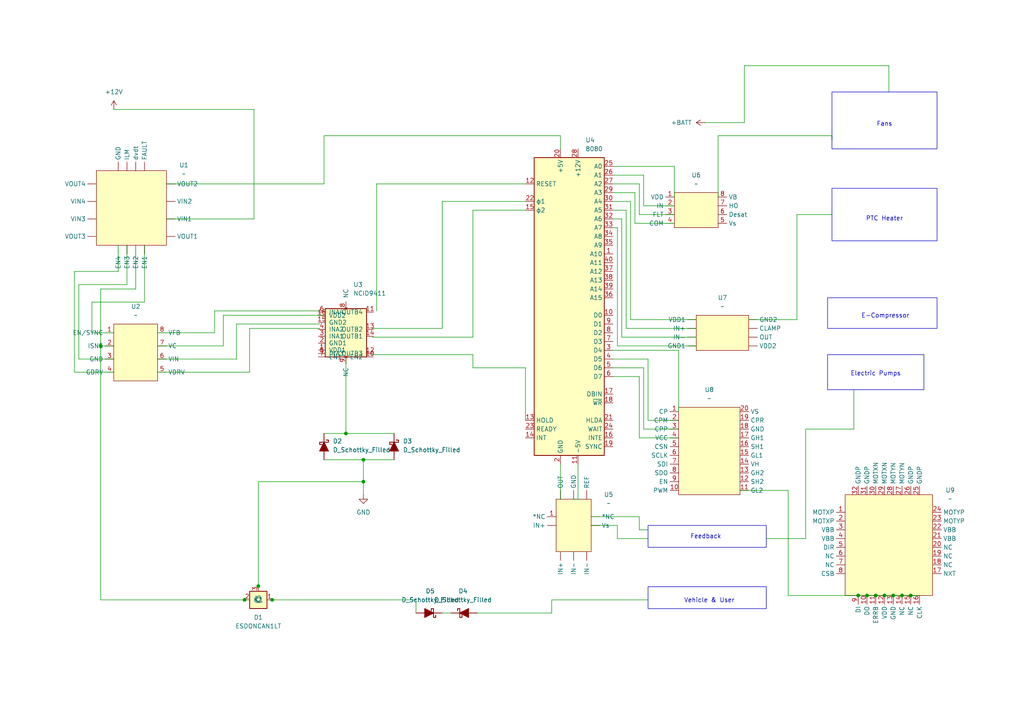
<source format=kicad_sch>
(kicad_sch (version 20250114) (generator "eeschema") (generator_version "9.0")
  (paper "A4")
  (lib_symbols
    (symbol "Device:D_Filled" (pin_numbers (hide yes)) (pin_names (offset 1.016) (hide yes))
      (property "Reference" "D" (at 0 2.54 0))
      (property "Value" "D_Filled" (at 0 -2.54 0))
      (symbol "D_Filled_1_1"
        (pin passive line (at -3.81 0 0) (length 2.54) (name "K") (number "1"))
        (pin passive line (at 3.81 0 180) (length 2.54) (name "A") (number "2"))
      )
    )
    (symbol "Device:D_Schottky_Filled" (pin_numbers (hide yes)) (pin_names (offset 1.016) (hide yes))
      (property "Reference" "D" (at 0 2.54 0))
      (property "Value" "D_Schottky_Filled" (at 0 -2.54 0))
      (symbol "D_Schottky_Filled_1_1"
        (pin passive line (at -3.81 0 0) (length 2.54) (name "K") (number "1"))
        (pin passive line (at 3.81 0 180) (length 2.54) (name "A") (number "2"))
      )
    )
    (symbol "MCU_Intel:8080"
      (property "Reference" "U" (at -7.62 44.45 0))
      (property "Value" "8080" (at 7.62 44.45 0))
      (symbol "8080_1_1"
        (pin input line (at -12.7 35.56 0) (length 2.54) (name "RESET") (number "12"))
        (pin input line (at -12.7 30.48 0) (length 2.54) (name "ϕ1") (number "22"))
        (pin input line (at -12.7 27.94 0) (length 2.54) (name "ϕ2") (number "15"))
        (pin input line (at -12.7 -33.02 0) (length 2.54) (name "HOLD") (number "13"))
        (pin input line (at -12.7 -35.56 0) (length 2.54) (name "READY") (number "23"))
        (pin input line (at -12.7 -38.1 0) (length 2.54) (name "INT") (number "14"))
        (pin power_in line (at -2.54 45.72 270) (length 2.54) (name "+5V") (number "20"))
        (pin power_in line (at -2.54 -45.72 90) (length 2.54) (name "GND") (number "2"))
        (pin power_in line (at 2.54 45.72 270) (length 2.54) (name "+12V") (number "28"))
        (pin power_in line (at 2.54 -45.72 90) (length 2.54) (name "-5V") (number "11"))
        (pin output line (at 12.7 40.64 180) (length 2.54) (name "A0") (number "25"))
        (pin output line (at 12.7 38.1 180) (length 2.54) (name "A1") (number "26"))
        (pin output line (at 12.7 35.56 180) (length 2.54) (name "A2") (number "27"))
        (pin output line (at 12.7 33.02 180) (length 2.54) (name "A3") (number "29"))
        (pin output line (at 12.7 30.48 180) (length 2.54) (name "A4") (number "30"))
        (pin output line (at 12.7 27.94 180) (length 2.54) (name "A5") (number "31"))
        (pin output line (at 12.7 25.4 180) (length 2.54) (name "A6") (number "32"))
        (pin output line (at 12.7 22.86 180) (length 2.54) (name "A7") (number "33"))
        (pin output line (at 12.7 20.32 180) (length 2.54) (name "A8") (number "34"))
        (pin output line (at 12.7 17.78 180) (length 2.54) (name "A9") (number "35"))
        (pin output line (at 12.7 15.24 180) (length 2.54) (name "A10") (number "1"))
        (pin output line (at 12.7 12.7 180) (length 2.54) (name "A11") (number "40"))
        (pin output line (at 12.7 10.16 180) (length 2.54) (name "A12") (number "37"))
        (pin output line (at 12.7 7.62 180) (length 2.54) (name "A13") (number "38"))
        (pin output line (at 12.7 5.08 180) (length 2.54) (name "A14") (number "39"))
        (pin output line (at 12.7 2.54 180) (length 2.54) (name "A15") (number "36"))
        (pin bidirectional line (at 12.7 -2.54 180) (length 2.54) (name "D0") (number "10"))
        (pin bidirectional line (at 12.7 -5.08 180) (length 2.54) (name "D1") (number "9"))
        (pin bidirectional line (at 12.7 -7.62 180) (length 2.54) (name "D2") (number "8"))
        (pin bidirectional line (at 12.7 -10.16 180) (length 2.54) (name "D3") (number "7"))
        (pin bidirectional line (at 12.7 -12.7 180) (length 2.54) (name "D4") (number "3"))
        (pin bidirectional line (at 12.7 -15.24 180) (length 2.54) (name "D5") (number "4"))
        (pin bidirectional line (at 12.7 -17.78 180) (length 2.54) (name "D6") (number "5"))
        (pin bidirectional line (at 12.7 -20.32 180) (length 2.54) (name "D7") (number "6"))
        (pin output line (at 12.7 -25.4 180) (length 2.54) (name "DBIN") (number "17"))
        (pin output line (at 12.7 -27.94 180) (length 2.54) (name "~{WR}") (number "18"))
        (pin output line (at 12.7 -33.02 180) (length 2.54) (name "HLDA") (number "21"))
        (pin output line (at 12.7 -35.56 180) (length 2.54) (name "WAIT") (number "24"))
        (pin output line (at 12.7 -38.1 180) (length 2.54) (name "INTE") (number "16"))
        (pin output line (at 12.7 -40.64 180) (length 2.54) (name "SYNC") (number "19"))
      )
    )
    (symbol "Motor:Fan" (pin_names (offset 0))
      (property "Reference" "M" (at 2.54 5.08 0))
      (property "Value" "Fan" (at 2.54 -2.54 0))
      (symbol "Fan_1_1"
        (pin passive line (at 0 7.62 270) (length 2.54) (name "+") (number "1"))
        (pin passive line (at 0 -5.08 90) (length 2.54) (name "-") (number "2"))
      )
    )
    (symbol "NCS210R_1"
      (property "Reference" "U" (at 0 0 0))
      (symbol "NCS210R_1_1_1"
        (pin input line (at -5.08 -15.24 180) (length 2.54) (name "*NC") (number "1"))
        (pin input line (at -5.08 -17.78 180) (length 2.54) (name "IN+") (number ""))
        (pin input line (at -3.81 -10.16 90) (length 2.54) (name "OUT") (number ""))
        (pin input line (at -3.81 -25.4 270) (length 2.54) (name "IN+") (number ""))
        (pin input line (at 0 -10.16 90) (length 2.54) (name "GND") (number ""))
        (pin input line (at 0 -25.4 270) (length 2.54) (name "IN-") (number ""))
        (pin input line (at 3.81 -10.16 90) (length 2.54) (name "REF") (number ""))
        (pin input line (at 3.81 -25.4 270) (length 2.54) (name "IN-") (number ""))
        (pin input line (at 5.08 -15.24 0) (length 2.54) (name "*NC") (number ""))
        (pin input line (at 5.08 -17.78 0) (length 2.54) (name "Vs") (number ""))
      )
    )
    (symbol "NCS210R_2"
      (property "Reference" "U" (at 0 0 0))
      (symbol "NCS210R_2_1_1"
        (pin input line (at -5.08 -15.24 180) (length 2.54) (name "*NC") (number "1"))
        (pin input line (at -5.08 -17.78 180) (length 2.54) (name "IN+") (number ""))
        (pin input line (at -3.81 -10.16 90) (length 2.54) (name "OUT") (number ""))
        (pin input line (at -3.81 -25.4 270) (length 2.54) (name "IN+") (number ""))
        (pin input line (at 0 -10.16 90) (length 2.54) (name "GND") (number ""))
        (pin input line (at 0 -25.4 270) (length 2.54) (name "IN-") (number ""))
        (pin input line (at 3.81 -10.16 90) (length 2.54) (name "REF") (number ""))
        (pin input line (at 3.81 -25.4 270) (length 2.54) (name "IN-") (number ""))
        (pin input line (at 5.08 -15.24 0) (length 2.54) (name "*NC") (number ""))
        (pin input line (at 5.08 -17.78 0) (length 2.54) (name "Vs") (number ""))
      )
    )
    (symbol "NCS210R_3"
      (property "Reference" "U" (at 0 0 0))
      (symbol "NCS210R_3_1_1"
        (pin input line (at -5.08 -15.24 180) (length 2.54) (name "*NC") (number "1"))
        (pin input line (at -5.08 -17.78 180) (length 2.54) (name "IN+") (number ""))
        (pin input line (at -3.81 -10.16 90) (length 2.54) (name "OUT") (number ""))
        (pin input line (at -3.81 -25.4 270) (length 2.54) (name "IN+") (number ""))
        (pin input line (at 0 -10.16 90) (length 2.54) (name "GND") (number ""))
        (pin input line (at 0 -25.4 270) (length 2.54) (name "IN-") (number ""))
        (pin input line (at 3.81 -10.16 90) (length 2.54) (name "REF") (number ""))
        (pin input line (at 3.81 -25.4 270) (length 2.54) (name "IN-") (number ""))
        (pin input line (at 5.08 -15.24 0) (length 2.54) (name "*NC") (number ""))
        (pin input line (at 5.08 -17.78 0) (length 2.54) (name "Vs") (number ""))
      )
    )
    (symbol "NCV68061_1"
      (property "Reference" "U" (at 0 0 0))
      (symbol "NCV68061_1_1_1"
        (pin input line (at -5.08 -2.54 180) (length 2.54) (name "NC") (number "1"))
        (pin input line (at -5.08 -5.08 180) (length 2.54) (name "GND") (number ""))
        (pin input line (at -5.08 -7.62 180) (length 2.54) (name "EN") (number ""))
        (pin input line (at 5.08 -2.54 0) (length 2.54) (name "S") (number ""))
        (pin input line (at 5.08 -5.08 0) (length 2.54) (name "G") (number ""))
        (pin input line (at 5.08 -7.62 0) (length 2.54) (name "D") (number ""))
      )
    )
    (symbol "Power_Management:IPS6011PBF" (pin_names (offset 0) (hide yes))
      (property "Reference" "Q" (at 8.255 2.54 0))
      (property "Value" "IPS6011PBF" (at 8.255 0 0))
      (symbol "IPS6011PBF_0_0"
        (text "CTRL" (at -1.651 0 0) (effects (font (size 1.143 1.143))))
      )
      (symbol "IPS6011PBF_1_1"
        (pin input line (at -10.16 2.54 0) (length 3.81) (name "IN") (number "2"))
        (pin bidirectional line (at -10.16 -2.54 0) (length 3.81) (name "DG") (number "4"))
        (pin power_in line (at 0 -7.62 90) (length 3.81) (name "GND") (number "1"))
        (pin power_in line (at 5.08 7.62 270) (length 3.81) (name "VCC") (number "3"))
        (pin output line (at 5.08 -7.62 90) (length 3.81) (name "OUT") (number "5"))
      )
    )
    (symbol "Simulation_SPICE:NMOS" (pin_numbers (hide yes)) (pin_names (offset 0))
      (property "Reference" "Q" (at 5.08 1.27 0))
      (property "Value" "NMOS" (at 5.08 -1.27 0))
      (symbol "NMOS_1_1"
        (pin input line (at -5.08 0 0) (length 2.54) (name "G") (number "2"))
        (pin passive line (at 2.54 5.08 270) (length 2.54) (name "D") (number "1"))
        (pin passive line (at 2.54 -5.08 90) (length 2.54) (name "S") (number "3"))
      )
    )
    (symbol "Simulation_SPICE:PMOS" (pin_numbers (hide yes)) (pin_names (offset 0))
      (property "Reference" "Q" (at 5.08 1.27 0))
      (property "Value" "PMOS" (at 5.08 -1.27 0))
      (symbol "PMOS_1_1"
        (pin input line (at -5.08 0 0) (length 2.54) (name "G") (number "2"))
        (pin passive line (at 2.54 5.08 270) (length 2.54) (name "D") (number "1"))
        (pin passive line (at 2.54 -5.08 90) (length 2.54) (name "S") (number "3"))
      )
    )
    (symbol "icepowertrain_components:FAD3151MXA"
      (property "Reference" "U" (at 0 0 0))
      (symbol "FAD3151MXA_1_1"
        (pin input line (at -6.35 -3.81 180) (length 2.54) (name "VDD") (number "1"))
        (pin input line (at -6.35 -6.35 180) (length 2.54) (name "IN") (number "2"))
        (pin input line (at -6.35 -8.89 180) (length 2.54) (name "FLT") (number "3"))
        (pin input line (at -6.35 -11.43 180) (length 2.54) (name "COM") (number "4"))
        (pin input line (at 6.35 -3.81 0) (length 2.54) (name "VB") (number "8"))
        (pin input line (at 6.35 -6.35 0) (length 2.54) (name "HO") (number "7"))
        (pin input line (at 6.35 -8.89 0) (length 2.54) (name "Desat") (number "6"))
        (pin input line (at 6.35 -11.43 0) (length 2.54) (name "Vs") (number "5"))
      )
    )
    (symbol "icepowertrain_components:NCV2901"
      (property "Reference" "U" (at 0 0 0))
      (symbol "NCV2901_1_1"
        (pin input line (at -85.09 -48.26 180) (length 2.54) (name "Output_2") (number "1"))
        (pin input line (at -85.09 -64.77 180) (length 2.54) (name "Output_1") (number "2"))
        (pin input line (at -85.09 -83.82 180) (length 2.54) (name "VCC") (number "3"))
        (pin input line (at -85.09 -101.6 180) (length 2.54) (name "-_Input_1") (number "4"))
        (pin input line (at -85.09 -121.92 180) (length 2.54) (name "+_Input_1") (number "5"))
        (pin input line (at -85.09 -143.51 180) (length 2.54) (name "-_Input_2") (number "6"))
        (pin input line (at -85.09 -163.83 180) (length 2.54) (name "+_Input_2") (number "7"))
        (pin input line (at 85.09 -48.26 0) (length 2.54) (name "Output_3") (number "14"))
        (pin input line (at 85.09 -63.5 0) (length 2.54) (name "Output_4") (number "13"))
        (pin input line (at 85.09 -82.55 0) (length 2.54) (name "GND") (number "12"))
        (pin input line (at 85.09 -101.6 0) (length 2.54) (name "+_Input_4") (number "11"))
        (pin input line (at 85.09 -120.65 0) (length 2.54) (name "-_Input_4") (number "10"))
        (pin input line (at 85.09 -142.24 0) (length 2.54) (name "+_Input_3") (number "9"))
        (pin input line (at 85.09 -162.56 0) (length 2.54) (name "-_Input_3") (number "8"))
      )
    )
    (symbol "icepowertrain_components:NCV68061"
      (property "Reference" "U" (at 0 0 0))
      (symbol "NCV68061_1_1"
        (pin input line (at -5.08 -2.54 180) (length 2.54) (name "NC") (number "1"))
        (pin input line (at -5.08 -5.08 180) (length 2.54) (name "GND") (number ""))
        (pin input line (at -5.08 -7.62 180) (length 2.54) (name "EN") (number ""))
        (pin input line (at 5.08 -2.54 0) (length 2.54) (name "S") (number ""))
        (pin input line (at 5.08 -5.08 0) (length 2.54) (name "G") (number ""))
        (pin input line (at 5.08 -7.62 0) (length 2.54) (name "D") (number ""))
      )
    )
    (symbol "icepowertrain_components:NLSX5004"
      (property "Reference" "U" (at 0 0 0))
      (symbol "NLSX5004_1_1"
        (pin input line (at -5.08 -3.81 180) (length 2.54) (name "VCCA") (number "1"))
        (pin input line (at -5.08 -6.35 180) (length 2.54) (name "A1") (number "2"))
        (pin input line (at -5.08 -8.89 180) (length 2.54) (name "A2") (number "3"))
        (pin input line (at -5.08 -11.43 180) (length 2.54) (name "A3") (number "4"))
        (pin input line (at -5.08 -13.97 180) (length 2.54) (name "A4") (number "5"))
        (pin input line (at -5.08 -16.51 180) (length 2.54) (name "NC") (number "6"))
        (pin input line (at -5.08 -19.05 180) (length 2.54) (name "GND") (number "7"))
        (pin input line (at 5.08 -3.81 0) (length 2.54) (name "VCCB") (number "14"))
        (pin input line (at 5.08 -6.35 0) (length 2.54) (name "B1") (number "13"))
        (pin input line (at 5.08 -8.89 0) (length 2.54) (name "B2") (number "12"))
        (pin input line (at 5.08 -11.43 0) (length 2.54) (name "B3") (number "11"))
        (pin input line (at 5.08 -13.97 0) (length 2.54) (name "B4") (number "10"))
        (pin input line (at 5.08 -16.51 0) (length 2.54) (name "NC") (number "9"))
        (pin input line (at 5.08 -19.05 0) (length 2.54) (name "EN/EN_bar") (number "8"))
      )
    )
    (symbol "icepowertrain_components:NV24C04LV"
      (property "Reference" "U" (at 0 0 0))
      (symbol "NV24C04LV_1_1"
        (pin input line (at -5.08 -5.08 180) (length 2.54) (name "NC") (number "1"))
        (pin input line (at -5.08 -7.62 180) (length 2.54) (name "A1") (number "2"))
        (pin input line (at -5.08 -10.16 180) (length 2.54) (name "A2") (number "3"))
        (pin input line (at -5.08 -12.7 180) (length 2.54) (name "VSS") (number "4"))
        (pin input line (at 5.08 -5.08 0) (length 2.54) (name "VCC") (number "8"))
        (pin input line (at 5.08 -7.62 0) (length 2.54) (name "WP") (number "7"))
        (pin input line (at 5.08 -10.16 0) (length 2.54) (name "SCL") (number "6"))
        (pin input line (at 5.08 -12.7 0) (length 2.54) (name "SDA") (number "5"))
      )
    )
    (symbol "led_lighting_components:ESDONCAN1LT" (pin_names (offset 1.016))
      (property "Reference" "D" (at 0 0 0))
      (property "Value" "ESDONCAN1LT" (at 0 -3 0))
      (symbol "ESDONCAN1LT_0_1"
        (pin passive line (at -4 0 0) (length 1.5) (name "K1") (number "1"))
        (pin passive line (at 0 -4 90) (length 1.5) (name "K3") (number "3"))
        (pin passive line (at 4 0 180) (length 1.5) (name "K2") (number "2"))
      )
    )
    (symbol "led_lighting_components:NCID9411" (pin_names (offset 1.016))
      (property "Reference" "U" (at 0 0 0))
      (property "Value" "NCID9411" (at 0 -5 0))
      (symbol "NCID9411_0_1"
        (pin input line (at -8 6 0) (length 2) (name "INA4") (number "6"))
        (pin power_in line (at -8 5 0) (length 2) (name "VDD2") (number "16"))
        (pin power_in line (at -8 3 0) (length 2) (name "GND2") (number "15"))
        (pin input line (at -8 1 0) (length 2) (name "INA2") (number "4"))
        (pin input line (at -8 -1 0) (length 2) (name "INA1") (number "3"))
        (pin power_in line (at -8 -3 0) (length 2) (name "GND1") (number "2"))
        (pin power_in line (at -8 -5 0) (length 2) (name "VDD1") (number "1"))
        (pin input line (at -8 -6 0) (length 2) (name "INA3") (number "5"))
        (pin input line (at -8 -7 0) (length 2) (name "EN1") (number "7"))
        (pin no_connect line (at 0 7 90) (length 2) (name "NC") (number "8"))
        (pin no_connect line (at 0 -7 270) (length 2) (name "NC") (number "9"))
        (pin output line (at 8 6 180) (length 2) (name "OUTB4") (number "11"))
        (pin output line (at 8 1 180) (length 2) (name "OUTB2") (number "13"))
        (pin output line (at 8 -1 180) (length 2) (name "OUTB1") (number "14"))
        (pin output line (at 8 -6 180) (length 2) (name "OUTB3") (number "12"))
        (pin input line (at 8 -7 180) (length 2) (name "EN2") (number "10"))
      )
    )
    (symbol "led_lighting_components:NCV68261" (pin_names (offset 1.016))
      (property "Reference" "U" (at 0 0 0))
      (property "Value" "NCV68261" (at 0 -3.81 0))
      (symbol "NCV68261_0_1"
        (pin power_in line (at -5.08 3.81 0) (length 2.54) (name "VCC") (number "8"))
        (pin input line (at -5.08 1.27 0) (length 2.54) (name "OV") (number "7"))
        (pin power_in line (at -5.08 -1.27 0) (length 2.54) (name "GND") (number "3"))
        (pin power_in line (at -5.08 -3.81 0) (length 2.54) (name "VIN") (number "1"))
        (pin power_in line (at 5.08 3.81 180) (length 2.54) (name "VOUT") (number "6"))
        (pin input line (at 5.08 1.27 180) (length 2.54) (name "FB") (number "5"))
        (pin input line (at 5.08 -1.27 180) (length 2.54) (name "EN") (number "4"))
        (pin output line (at 5.08 -3.81 180) (length 2.54) (name "GATE") (number "2"))
      )
    )
    (symbol "led_lighting_components:NCV8730" (pin_names (offset 1.016))
      (property "Reference" "U" (at 0 0 0))
      (property "Value" "NCV8730" (at 0 -3.5 0))
      (symbol "NCV8730_0_1"
        (pin power_in line (at -5 2 0) (length 1.5) (name "GND") (number "2"))
        (pin power_in line (at -5 -2 0) (length 1.5) (name "VIN") (number "1"))
        (pin input line (at 5 2 180) (length 1.5) (name "EN/PG") (number "4"))
        (pin power_out line (at 5 -2 180) (length 1.5) (name "VOUT") (number "3"))
      )
    )
    (symbol "power:+12V" (power) (pin_numbers (hide yes)) (pin_names (offset 0) (hide yes))
      (property "Value" "+12V" (at 0 3.556 0))
      (symbol "+12V_1_1"
        (pin power_in line (at 0 0 90) (length 0) (name "~") (number "1"))
      )
    )
    (symbol "power:+48V" (power) (pin_numbers (hide yes)) (pin_names (offset 0) (hide yes))
      (property "Value" "+48V" (at 0 3.556 0))
      (symbol "+48V_1_1"
        (pin power_in line (at 0 0 90) (length 0) (name "~") (number "1"))
      )
    )
    (symbol "power:+BATT" (power) (pin_numbers (hide yes)) (pin_names (offset 0) (hide yes))
      (property "Value" "+BATT" (at 0 3.556 0))
      (symbol "+BATT_1_1"
        (pin power_in line (at 0 0 90) (length 0) (name "~") (number "1"))
      )
    )
    (symbol "power:GND" (power) (pin_numbers (hide yes)) (pin_names (offset 0) (hide yes))
      (property "Value" "GND" (at 0 -3.81 0))
      (symbol "GND_1_1"
        (pin power_in line (at 0 0 270) (length 0) (name "~") (number "1"))
      )
    )
    (symbol "power:HT" (power) (pin_numbers (hide yes)) (pin_names (offset 0) (hide yes))
      (property "Value" "HT" (at 0 3.048 0))
      (symbol "HT_0_0"
        (pin power_in line (at 0 0 90) (length 0) (name "~") (number "1"))
      )
    )
    (symbol "thermalmanagement_components:CAV25256"
      (property "Reference" "U" (at 0 0 0))
      (symbol "CAV25256_1_1"
        (pin input line (at -6.35 -3.81 180) (length 2.54) (name "CS_bar") (number ""))
        (pin input line (at -6.35 -6.35 180) (length 2.54) (name "SO") (number ""))
        (pin input line (at -6.35 -8.89 180) (length 2.54) (name "WP_bar") (number ""))
        (pin input line (at -6.35 -11.43 180) (length 2.54) (name "VSS") (number ""))
        (pin input line (at 6.35 -3.81 0) (length 2.54) (name "VCC") (number ""))
        (pin input line (at 6.35 -6.35 0) (length 2.54) (name "HOLD_bar") (number ""))
        (pin input line (at 6.35 -8.89 0) (length 2.54) (name "SCK") (number ""))
        (pin input line (at 6.35 -11.43 0) (length 2.54) (name "SI") (number ""))
      )
    )
    (symbol "thermalmanagement_components:NCD57080"
      (property "Reference" "U" (at 0 0 0))
      (symbol "NCD57080_1_1"
        (pin input line (at -7.62 -5.08 180) (length 2.54) (name "VDD1") (number ""))
        (pin input line (at -7.62 -7.62 180) (length 2.54) (name "IN+") (number ""))
        (pin input line (at -7.62 -10.16 180) (length 2.54) (name "IN-") (number ""))
        (pin input line (at -7.62 -12.7 180) (length 2.54) (name "GND1") (number ""))
        (pin input line (at 7.62 -5.08 0) (length 2.54) (name "GND2") (number ""))
        (pin input line (at 7.62 -7.62 0) (length 2.54) (name "CLAMP") (number ""))
        (pin input line (at 7.62 -10.16 0) (length 2.54) (name "OUT") (number ""))
        (pin input line (at 7.62 -12.7 0) (length 2.54) (name "VDD2") (number ""))
      )
    )
    (symbol "thermalmanagement_components:NCD57090"
      (property "Reference" "U" (at 0 0 0))
      (symbol "NCD57090_1_1"
        (pin input line (at -5.08 -5.08 180) (length 2.54) (name "VDD1") (number ""))
        (pin input line (at -5.08 -7.62 180) (length 2.54) (name "IN+") (number ""))
        (pin input line (at -5.08 -10.16 180) (length 2.54) (name "IN-") (number ""))
        (pin input line (at -5.08 -12.7 180) (length 2.54) (name "GND1") (number ""))
        (pin input line (at 5.08 -5.08 0) (length 2.54) (name "GND2") (number ""))
        (pin input line (at 5.08 -7.62 0) (length 2.54) (name "CLAMP") (number ""))
        (pin input line (at 5.08 -10.16 0) (length 2.54) (name "OUT") (number ""))
        (pin input line (at 5.08 -12.7 0) (length 2.54) (name "VDD2") (number ""))
      )
    )
    (symbol "thermalmanagement_components:NCID9311"
      (property "Reference" "U" (at 0 0 0))
      (symbol "NCID9311_1_1"
        (pin input line (at -21.59 -6.35 180) (length 2.54) (name "VDD1") (number "1"))
        (pin input line (at -21.59 -17.78 180) (length 2.54) (name "GND1") (number "2"))
        (pin input line (at -21.59 -29.21 180) (length 2.54) (name "VINA") (number "3"))
        (pin input line (at -21.59 -40.64 180) (length 2.54) (name "VINB") (number "4"))
        (pin input line (at -21.59 -52.07 180) (length 2.54) (name "VOC") (number "5"))
        (pin input line (at -21.59 -63.5 180) (length 2.54) (name "NC") (number "6"))
        (pin input line (at -21.59 -74.93 180) (length 2.54) (name "EN1") (number "7"))
        (pin input line (at -21.59 -85.09 180) (length 2.54) (name "GND1") (number "8"))
        (pin input line (at 21.59 -6.35 0) (length 2.54) (name "VDD2") (number "16"))
        (pin input line (at 21.59 -17.78 0) (length 2.54) (name "GND2") (number "15"))
        (pin input line (at 21.59 -29.21 0) (length 2.54) (name "VOA") (number "14"))
        (pin input line (at 21.59 -40.64 0) (length 2.54) (name "VOB") (number "13"))
        (pin input line (at 21.59 -52.07 0) (length 2.54) (name "VINC") (number "12"))
        (pin input line (at 21.59 -63.5 0) (length 2.54) (name "NC") (number "11"))
        (pin input line (at 21.59 -74.93 0) (length 2.54) (name "EN2") (number "10"))
        (pin input line (at 21.59 -85.09 0) (length 2.54) (name "GND2") (number "9"))
      )
    )
    (symbol "thermalmanagement_components:NCS210R"
      (property "Reference" "U" (at 0 0 0))
      (symbol "NCS210R_1_1"
        (pin input line (at -5.08 -15.24 180) (length 2.54) (name "*NC") (number "1"))
        (pin input line (at -5.08 -17.78 180) (length 2.54) (name "IN+") (number ""))
        (pin input line (at -3.81 -10.16 90) (length 2.54) (name "OUT") (number ""))
        (pin input line (at -3.81 -25.4 270) (length 2.54) (name "IN+") (number ""))
        (pin input line (at 0 -10.16 90) (length 2.54) (name "GND") (number ""))
        (pin input line (at 0 -25.4 270) (length 2.54) (name "IN-") (number ""))
        (pin input line (at 3.81 -10.16 90) (length 2.54) (name "REF") (number ""))
        (pin input line (at 3.81 -25.4 270) (length 2.54) (name "IN-") (number ""))
        (pin input line (at 5.08 -15.24 0) (length 2.54) (name "*NC") (number ""))
        (pin input line (at 5.08 -17.78 0) (length 2.54) (name "Vs") (number ""))
      )
    )
    (symbol "thermalmanagement_components:NCS21671"
      (property "Reference" "U" (at 0 0 0))
      (symbol "NCS21671_1_1"
        (pin input line (at -6.35 -3.81 180) (length 2.54) (name "NC") (number "1"))
        (pin input line (at -6.35 -6.35 180) (length 2.54) (name "CIN+") (number "2"))
        (pin input line (at -6.35 -8.89 180) (length 2.54) (name "IN+") (number "3"))
        (pin input line (at -6.35 -11.43 180) (length 2.54) (name "IN-") (number "4"))
        (pin input line (at -6.35 -13.97 180) (length 2.54) (name "CIN-") (number "5"))
        (pin input line (at 6.35 -3.81 0) (length 2.54) (name "OUT") (number "10"))
        (pin input line (at 6.35 -6.35 0) (length 2.54) (name "GND") (number "9"))
        (pin input line (at 6.35 -8.89 0) (length 2.54) (name "REF") (number "8"))
        (pin input line (at 6.35 -11.43 0) (length 2.54) (name "EN") (number "7"))
        (pin input line (at 6.35 -13.97 0) (length 2.54) (name "VS") (number "6"))
      )
    )
    (symbol "thermalmanagement_components:NCS21674"
      (property "Reference" "U" (at 0 0 0))
      (symbol "NCS21674_1_1"
        (pin input line (at -6.35 -5.08 180) (length 2.54) (name "OUT") (number "1"))
        (pin input line (at -6.35 -10.16 180) (length 2.54) (name "GND") (number "2"))
        (pin input line (at -6.35 -15.24 180) (length 2.54) (name "IN+") (number "3"))
        (pin input line (at 6.35 -5.08 0) (length 2.54) (name "VS") (number "5"))
        (pin input line (at 6.35 -15.24 0) (length 2.54) (name "IN-") (number "4"))
      )
    )
    (symbol "thermalmanagement_components:NCV57000"
      (property "Reference" "U" (at 0 0 0))
      (symbol "NCV57000_1_1"
        (pin input line (at -7.62 -5.08 180) (length 2.54) (name "VEE2A") (number ""))
        (pin input line (at -7.62 -7.62 180) (length 2.54) (name "DESAT") (number ""))
        (pin input line (at -7.62 -10.16 180) (length 2.54) (name "GND2") (number ""))
        (pin input line (at -7.62 -12.7 180) (length 2.54) (name "OUTH") (number ""))
        (pin input line (at -7.62 -15.24 180) (length 2.54) (name "VDD2") (number ""))
        (pin input line (at -7.62 -17.78 180) (length 2.54) (name "OUTL") (number ""))
        (pin input line (at -7.62 -20.32 180) (length 2.54) (name "CLAMP") (number ""))
        (pin input line (at -7.62 -22.86 180) (length 2.54) (name "VEE2") (number ""))
        (pin input line (at 7.62 -5.08 0) (length 2.54) (name "GND1") (number ""))
        (pin input line (at 7.62 -7.62 0) (length 2.54) (name "VDD1") (number ""))
        (pin input line (at 7.62 -10.16 0) (length 2.54) (name "RST_bar") (number ""))
        (pin input line (at 7.62 -12.7 0) (length 2.54) (name "FLT_bar") (number ""))
        (pin input line (at 7.62 -15.24 0) (length 2.54) (name "RDY") (number ""))
        (pin input line (at 7.62 -17.78 0) (length 2.54) (name "IN-") (number ""))
        (pin input line (at 7.62 -20.32 0) (length 2.54) (name "IN+") (number ""))
        (pin input line (at 7.62 -22.86 0) (length 2.54) (name "GND1A") (number ""))
      )
    )
    (symbol "thermalmanagement_components:NCV70517"
      (property "Reference" "U" (at 0 0 0))
      (symbol "NCV70517_1_1"
        (pin input line (at -12.7 -11.43 180) (length 2.54) (name "MOTXP") (number "1"))
        (pin input line (at -12.7 -13.97 180) (length 2.54) (name "MOTXP") (number "2"))
        (pin input line (at -12.7 -16.51 180) (length 2.54) (name "VBB") (number "3"))
        (pin input line (at -12.7 -19.05 180) (length 2.54) (name "VBB") (number "4"))
        (pin input line (at -12.7 -21.59 180) (length 2.54) (name "DIR") (number "5"))
        (pin input line (at -12.7 -24.13 180) (length 2.54) (name "NC") (number "6"))
        (pin input line (at -12.7 -26.67 180) (length 2.54) (name "NC") (number "7"))
        (pin input line (at -12.7 -29.21 180) (length 2.54) (name "CSB") (number "8"))
        (pin input line (at -8.89 -6.35 90) (length 2.54) (name "GNDP") (number "32"))
        (pin input line (at -8.89 -35.56 270) (length 2.54) (name "DI") (number "9"))
        (pin input line (at -6.35 -6.35 90) (length 2.54) (name "GNDP") (number "31"))
        (pin input line (at -6.35 -35.56 270) (length 2.54) (name "DO") (number "10"))
        (pin input line (at -3.81 -6.35 90) (length 2.54) (name "MOTXN") (number "30"))
        (pin input line (at -3.81 -35.56 270) (length 2.54) (name "ERRB") (number "11"))
        (pin input line (at -1.27 -6.35 90) (length 2.54) (name "MOTXN") (number "29"))
        (pin input line (at -1.27 -35.56 270) (length 2.54) (name "VDD") (number "12"))
        (pin input line (at 1.27 -6.35 90) (length 2.54) (name "MOTYN") (number "28"))
        (pin input line (at 1.27 -35.56 270) (length 2.54) (name "GND") (number "13"))
        (pin input line (at 3.81 -6.35 90) (length 2.54) (name "MOTYN") (number "27"))
        (pin input line (at 3.81 -35.56 270) (length 2.54) (name "NC") (number "14"))
        (pin input line (at 6.35 -6.35 90) (length 2.54) (name "GNDP") (number "26"))
        (pin input line (at 6.35 -35.56 270) (length 2.54) (name "NC") (number "15"))
        (pin input line (at 8.89 -6.35 90) (length 2.54) (name "GNDP") (number "25"))
        (pin input line (at 8.89 -35.56 270) (length 2.54) (name "CLK") (number "16"))
        (pin input line (at 12.7 -11.43 0) (length 2.54) (name "MOTYP") (number "24"))
        (pin input line (at 12.7 -13.97 0) (length 2.54) (name "MOTYP") (number "23"))
        (pin input line (at 12.7 -16.51 0) (length 2.54) (name "VBB") (number "22"))
        (pin input line (at 12.7 -19.05 0) (length 2.54) (name "VBB") (number "21"))
        (pin input line (at 12.7 -21.59 0) (length 2.54) (name "NC") (number "20"))
        (pin input line (at 12.7 -24.13 0) (length 2.54) (name "NC") (number "19"))
        (pin input line (at 12.7 -26.67 0) (length 2.54) (name "NC") (number "18"))
        (pin input line (at 12.7 -29.21 0) (length 2.54) (name "NXT") (number "17"))
      )
    )
    (symbol "thermalmanagement_components:NCV7410"
      (property "Reference" "U" (at 0 0 0))
      (symbol "NCV7410_1_1"
        (pin input line (at -12.7 -15.24 180) (length 2.54) (name "XO") (number "1"))
        (pin input line (at -12.7 -17.78 180) (length 2.54) (name "XI") (number "2"))
        (pin input line (at -12.7 -20.32 180) (length 2.54) (name "AGND") (number "3"))
        (pin input line (at -12.7 -22.86 180) (length 2.54) (name "VDD") (number "4"))
        (pin input line (at -12.7 -25.4 180) (length 2.54) (name "GND") (number "5"))
        (pin input line (at -12.7 -27.94 180) (length 2.54) (name "LINEP") (number "6"))
        (pin input line (at -12.7 -30.48 180) (length 2.54) (name "LINEN") (number "7"))
        (pin input line (at -12.7 -33.02 180) (length 2.54) (name "VDRVN") (number "8"))
        (pin input line (at -8.89 -10.16 90) (length 2.54) (name "NC") (number "32"))
        (pin input line (at -8.89 -39.37 270) (length 2.54) (name "GND") (number "9"))
        (pin input line (at -6.35 -10.16 90) (length 2.54) (name "GND") (number "31"))
        (pin input line (at -6.35 -39.37 270) (length 2.54) (name "GND") (number "10"))
        (pin input line (at -3.81 -10.16 90) (length 2.54) (name "GND") (number "30"))
        (pin input line (at -3.81 -39.37 270) (length 2.54) (name "DIO1") (number "11"))
        (pin input line (at -1.27 -10.16 90) (length 2.54) (name "DVDD") (number "29"))
        (pin input line (at -1.27 -39.37 270) (length 2.54) (name "DIO0") (number "12"))
        (pin input line (at 1.27 -10.16 90) (length 2.54) (name "DVDD") (number "28"))
        (pin input line (at 1.27 -39.37 270) (length 2.54) (name "RSTn") (number "13"))
        (pin input line (at 3.81 -10.16 90) (length 2.54) (name "NC") (number "27"))
        (pin input line (at 3.81 -39.37 270) (length 2.54) (name "GND") (number "14"))
        (pin input line (at 6.35 -10.16 90) (length 2.54) (name "NC") (number "26"))
        (pin input line (at 6.35 -39.37 270) (length 2.54) (name "SCLIK") (number "15"))
        (pin input line (at 8.89 -10.16 90) (length 2.54) (name "NC") (number "25"))
        (pin input line (at 8.89 -39.37 270) (length 2.54) (name "IQRn") (number "16"))
        (pin input line (at 12.7 -15.24 0) (length 2.54) (name "GND") (number "24"))
        (pin input line (at 12.7 -17.78 0) (length 2.54) (name "MISO") (number "23"))
        (pin input line (at 12.7 -20.32 0) (length 2.54) (name "GND") (number "22"))
        (pin input line (at 12.7 -22.86 0) (length 2.54) (name "VDDIO") (number "21"))
        (pin input line (at 12.7 -25.4 0) (length 2.54) (name "CLK_O") (number "20"))
        (pin input line (at 12.7 -27.94 0) (length 2.54) (name "CSn") (number "19"))
        (pin input line (at 12.7 -30.48 0) (length 2.54) (name "MOSI") (number "18"))
        (pin input line (at 12.7 -33.02 0) (length 2.54) (name "VDDIO") (number "17"))
      )
    )
    (symbol "thermalmanagement_components:NCV7535"
      (property "Reference" "U" (at 0 0 0))
      (symbol "NCV7535_1_1"
        (pin input line (at -8.89 -3.81 180) (length 2.54) (name "CP") (number "1"))
        (pin input line (at -8.89 -6.35 180) (length 2.54) (name "CPM") (number "2"))
        (pin input line (at -8.89 -8.89 180) (length 2.54) (name "CPP") (number "3"))
        (pin input line (at -8.89 -11.43 180) (length 2.54) (name "VCC") (number "4"))
        (pin input line (at -8.89 -13.97 180) (length 2.54) (name "CSN") (number "5"))
        (pin input line (at -8.89 -16.51 180) (length 2.54) (name "SCLK") (number "6"))
        (pin input line (at -8.89 -19.05 180) (length 2.54) (name "SDI") (number "7"))
        (pin input line (at -8.89 -21.59 180) (length 2.54) (name "SDO") (number "8"))
        (pin input line (at -8.89 -24.13 180) (length 2.54) (name "EN") (number "9"))
        (pin input line (at -8.89 -26.67 180) (length 2.54) (name "PWM") (number "10"))
        (pin input line (at 8.89 -3.81 0) (length 2.54) (name "VS") (number "20"))
        (pin input line (at 8.89 -6.35 0) (length 2.54) (name "CPR") (number "19"))
        (pin input line (at 8.89 -8.89 0) (length 2.54) (name "GND") (number "18"))
        (pin input line (at 8.89 -11.43 0) (length 2.54) (name "GH1") (number "17"))
        (pin input line (at 8.89 -13.97 0) (length 2.54) (name "SH1") (number "16"))
        (pin input line (at 8.89 -16.51 0) (length 2.54) (name "GL1") (number "15"))
        (pin input line (at 8.89 -19.05 0) (length 2.54) (name "VH") (number "14"))
        (pin input line (at 8.89 -21.59 0) (length 2.54) (name "GH2") (number "13"))
        (pin input line (at 8.89 -24.13 0) (length 2.54) (name "SH2") (number "12"))
        (pin input line (at 8.89 -26.67 0) (length 2.54) (name "GL2") (number "11"))
      )
    )
    (symbol "thermalmanagement_components:NCV8870"
      (property "Reference" "U" (at 0 0 0))
      (symbol "NCV8870_1_1"
        (pin input line (at -6.35 -6.35 180) (length 2.54) (name "EN/SYNC") (number "1"))
        (pin input line (at -6.35 -10.16 180) (length 2.54) (name "ISNS") (number "2"))
        (pin input line (at -6.35 -13.97 180) (length 2.54) (name "GND") (number "3"))
        (pin input line (at -6.35 -17.78 180) (length 2.54) (name "GDRV") (number "4"))
        (pin input line (at 6.35 -6.35 0) (length 2.54) (name "VFB") (number "8"))
        (pin input line (at 6.35 -10.16 0) (length 2.54) (name "VC") (number "7"))
        (pin input line (at 6.35 -13.97 0) (length 2.54) (name "VIN") (number "6"))
        (pin input line (at 6.35 -17.78 0) (length 2.54) (name "VDRV") (number "5"))
      )
    )
    (symbol "thermalmanagement_components:NCV8871"
      (property "Reference" "U" (at 0 0 0))
      (symbol "NCV8871_1_1"
        (pin input line (at -5.08 -5.08 180) (length 2.54) (name "EN/SYNC") (number "1"))
        (pin input line (at -5.08 -8.89 180) (length 2.54) (name "ISNS") (number "2"))
        (pin input line (at -5.08 -12.7 180) (length 2.54) (name "GND") (number "3"))
        (pin input line (at -5.08 -16.51 180) (length 2.54) (name "GDRV") (number "4"))
        (pin input line (at 5.08 -5.08 0) (length 2.54) (name "VFB") (number "8"))
        (pin input line (at 5.08 -8.89 0) (length 2.54) (name "VC") (number "7"))
        (pin input line (at 5.08 -12.7 0) (length 2.54) (name "VIN") (number "6"))
        (pin input line (at 5.08 -16.51 0) (length 2.54) (name "VDRV") (number "5"))
      )
    )
    (symbol "thermalmanagement_components:NCV8873"
      (property "Reference" "U" (at 0 0 0))
      (symbol "NCV8873_1_1"
        (pin input line (at -5.08 -5.08 180) (length 2.54) (name "EN/SYNC") (number "1"))
        (pin input line (at -5.08 -8.89 180) (length 2.54) (name "ISNS") (number "2"))
        (pin input line (at -5.08 -12.7 180) (length 2.54) (name "GND") (number "3"))
        (pin input line (at -5.08 -16.51 180) (length 2.54) (name "GDRV") (number "4"))
        (pin input line (at 5.08 -5.08 0) (length 2.54) (name "VFB") (number "8"))
        (pin input line (at 5.08 -8.89 0) (length 2.54) (name "VC") (number "7"))
        (pin input line (at 5.08 -12.7 0) (length 2.54) (name "VIN") (number "6"))
        (pin input line (at 5.08 -16.51 0) (length 2.54) (name "VDRV") (number "5"))
      )
    )
    (symbol "thermalmanagement_components:NCV890430"
      (property "Reference" "U" (at 0 0 0))
      (symbol "NCV890430_1_1"
        (pin input line (at -5.08 -5.08 180) (length 2.54) (name "VIN") (number "1"))
        (pin input line (at -5.08 -7.62 180) (length 2.54) (name "RSTB") (number "2"))
        (pin input line (at -5.08 -10.16 180) (length 2.54) (name "GND") (number "3"))
        (pin input line (at -5.08 -12.7 180) (length 2.54) (name "EN") (number "4"))
        (pin input line (at 5.08 -5.08 0) (length 2.54) (name "SW") (number "8"))
        (pin input line (at 5.08 -7.62 0) (length 2.54) (name "PGND") (number "7"))
        (pin input line (at 5.08 -10.16 0) (length 2.54) (name "SYNC") (number "6"))
        (pin input line (at 5.08 -12.7 0) (length 2.54) (name "VOUT") (number "5"))
      )
    )
    (symbol "thermalmanagement_components:NIV3071"
      (property "Reference" "U" (at 0 0 0))
      (symbol "NIV3071_1_1"
        (pin input line (at -10.16 -12.7 180) (length 2.54) (name "VOUT1") (number ""))
        (pin input line (at -10.16 -17.78 180) (length 2.54) (name "VIN1") (number ""))
        (pin input line (at -10.16 -22.86 180) (length 2.54) (name "VIN2") (number ""))
        (pin input line (at -10.16 -27.94 180) (length 2.54) (name "VOUT2") (number ""))
        (pin input line (at -3.81 -10.16 90) (length 2.54) (name "EN1") (number ""))
        (pin input line (at -3.81 -31.75 270) (length 2.54) (name "FAULT") (number ""))
        (pin input line (at -1.27 -10.16 90) (length 2.54) (name "EN2") (number ""))
        (pin input line (at -1.27 -31.75 270) (length 2.54) (name "dvdt") (number ""))
        (pin input line (at 1.27 -10.16 90) (length 2.54) (name "EN3") (number ""))
        (pin input line (at 1.27 -31.75 270) (length 2.54) (name "ILM") (number ""))
        (pin input line (at 3.81 -10.16 90) (length 2.54) (name "EN4") (number ""))
        (pin input line (at 3.81 -31.75 270) (length 2.54) (name "GND") (number ""))
        (pin input line (at 10.16 -12.7 0) (length 2.54) (name "VOUT3") (number ""))
        (pin input line (at 10.16 -17.78 0) (length 2.54) (name "VIN3") (number ""))
        (pin input line (at 10.16 -22.86 0) (length 2.54) (name "VIN4") (number ""))
        (pin input line (at 10.16 -27.94 0) (length 2.54) (name "VOUT4") (number ""))
      )
    )
    (symbol "thermalmanagement_components:NL17SZ14"
      (property "Reference" "U" (at 0 0 0))
      (symbol "NL17SZ14_1_1"
        (pin input line (at -8.89 -5.08 180) (length 2.54) (name "NC") (number "1"))
        (pin input line (at -8.89 -13.97 180) (length 2.54) (name "A") (number "2"))
        (pin input line (at -8.89 -22.86 180) (length 2.54) (name "GND") (number "3"))
        (pin input line (at 8.89 -5.08 0) (length 2.54) (name "VCC") (number "5"))
        (pin input line (at 8.89 -22.86 0) (length 2.54) (name "Y") (number "4"))
      )
    )
    (symbol "thermalmanagement_components:NVT211"
      (property "Reference" "U" (at 0 0 0))
      (symbol "NVT211_1_1"
        (pin input line (at -5.08 -3.81 180) (length 2.54) (name "VDD") (number "1"))
        (pin input line (at -5.08 -7.62 180) (length 2.54) (name "D+") (number ""))
        (pin input line (at -5.08 -11.43 180) (length 2.54) (name "D-") (number ""))
        (pin input line (at -5.08 -15.24 180) (length 2.54) (name "THERM_bar") (number ""))
        (pin input line (at 5.08 -3.81 0) (length 2.54) (name "SCLK") (number ""))
        (pin input line (at 5.08 -7.62 0) (length 2.54) (name "SDATA") (number ""))
        (pin input line (at 5.08 -11.43 0) (length 2.54) (name "ALERT__bar/THERM2_bar") (number ""))
        (pin input line (at 5.08 -15.24 0) (length 2.54) (name "GND") (number ""))
      )
    )
  )
  (rectangle (start 176.53 594.36) (end 210.82 617.22))
  (rectangle (start 190.5 1645.92) (end 234.95 1664.97))
  (rectangle (start 204.47 1344.93) (end 237.49 1351.28))
  (rectangle (start 231.14 1295.4) (end 274.32 1313.18))
  (rectangle (start 132.08 1680.21) (end 175.26 1696.72))
  (rectangle (start 234.95 1116.33) (end 275.59 1139.19))
  (rectangle (start 243.84 1602.74) (end 283.21 1625.6))
  (rectangle (start 240.03 102.87) (end 267.97 113.03))
  (rectangle (start 236.22 1159.51) (end 275.59 1179.83))
  (rectangle (start 241.3 26.67) (end 271.78 43.18))
  (rectangle (start 135.89 1103.63) (end 175.26 1129.03))
  (rectangle (start 233.68 386.08) (end 290.83 414.02))
  (rectangle (start 173.99 1295.4) (end 210.82 1311.91))
  (rectangle (start 240.03 86.36) (end 271.78 95.25))
  (rectangle (start 134.62 1605.28) (end 175.26 1626.87))
  (rectangle (start 187.96 170.18) (end 222.25 176.53))
  (rectangle (start 134.62 1644.65) (end 173.99 1662.43))
  (rectangle (start 83.82 1145.54) (end 120.65 1170.94))
  (rectangle (start 182.88 1475.74) (end 219.71 1493.52))
  (rectangle (start 173.99 1258.57) (end 212.09 1278.89))
  (rectangle (start 181.61 1512.57) (end 220.98 1531.62))
  (rectangle (start 180.34 1553.21) (end 222.25 1574.8))
  (rectangle (start 187.96 152.4) (end 222.25 158.75))
  (rectangle (start 189.23 1680.21) (end 232.41 1696.72))
  (rectangle (start 241.3 54.61) (end 271.78 69.85))
  (rectangle (start 182.88 1428.75) (end 218.44 1451.61))
  (rectangle (start 231.14 1259.84) (end 271.78 1278.89))
  (text "Chiller\n" (at 254 1305.306 0) (effects (font (size 1.27 1.27))))
  (text "EV Cabin Heat Exchanger" (at 209.296 1689.862 0) (effects (font (size 1.27 1.27))))
  (text "EV Front Cooler" (at 264.414 1615.186 0) (effects (font (size 1.27 1.27))))
  (text "PTC Heater" (at 262.382 400.812 0) (effects (font (size 1.27 1.27))))
  (text "Coolant Heater" (at 153.416 1653.54 0) (effects (font (size 1.27 1.27))))
  (text "Fans" (at 256.54 36.068 0) (effects (font (size 1.27 1.27))))
  (text "Vehicle & User" (at 205.74 174.244 0) (effects (font (size 1.27 1.27))))
  (text "360V/800V Coolant Heater" (at 201.676 1524 0) (effects (font (size 1.27 1.27))))
  (text "HVAC PTC Heater" (at 42.164 403.606 0) (effects (font (size 1.27 1.27))))
  (text "3 Way Coolant Valve" (at 201.676 1441.45 0) (effects (font (size 1.27 1.27))))
  (text "Radiator" (at 255.778 1170.178 0) (effects (font (size 1.27 1.27))))
  (text "Electric Pumps" (at 254 108.458 0) (effects (font (size 1.27 1.27))))
  (text "Compressor" (at 251.46 1269.746 0) (effects (font (size 1.27 1.27))))
  (text "EV Battery Heating and Cooling" (at 70.866 1700.276 0) (effects (font (size 1.27 1.27))))
  (text "Automotive Pump and Fan" (at 259.334 1049.528 0) (effects (font (size 1.27 1.27))))
  (text "EV Pump and Fan" (at 242.824 1384.3 0) (effects (font (size 1.27 1.27))))
  (text "Feedback" (at 204.724 155.702 0) (effects (font (size 1.27 1.27))))
  (text "PTC Heater" (at 256.54 63.5 0) (effects (font (size 1.27 1.27))))
  (text "NFVA35065L42" (at 98.552 1159.51 0) (effects (font (size 1.27 1.27))))
  (text "Battery Chiller" (at 156.21 1617.98 0) (effects (font (size 1.27 1.27))))
  (text "Expansion & Check Valves" (at 152.146 1689.862 0) (effects (font (size 1.27 1.27))))
  (text "Heat Pump Compressor" (at 211.582 1656.842 0) (effects (font (size 1.27 1.27))))
  (text "Solenoid Valves" (at 193.294 1270.508 0) (effects (font (size 1.27 1.27))))
  (text "EV HV Battery" (at 198.882 1485.392 0) (effects (font (size 1.27 1.27))))
  (text "12V Coolant Pump" (at 202.184 1565.148 0) (effects (font (size 1.27 1.27))))
  (text "Evaporator" (at 255.524 1129.538 0) (effects (font (size 1.27 1.27))))
  (text "HVAC E-Compressor" (at 262.89 624.078 0) (effects (font (size 1.27 1.27))))
  (text "E-Compressor" (at 256.794 91.694 0) (effects (font (size 1.27 1.27))))
  (text "Water Tank" (at 221.234 1347.978 0) (effects (font (size 1.27 1.27))))
  (text "E-Compressor Motor" (at 193.294 605.282 0) (effects (font (size 1.27 1.27))))
  (text "ADC" (at 155.194 1116.584 0) (effects (font (size 1.27 1.27))))
  (text "Pump" (at 192.024 1305.306 0) (effects (font (size 1.27 1.27))))
  (junction (at 28.13 557.53))
  (junction (at 105.41 139.7))
  (junction (at 20.13 557.53))
  (junction (at 298.45 1410.97))
  (junction (at 78.93 173.99))
  (junction (at 100.33 125.73))
  (junction (at 78.74 1478.28))
  (junction (at 248.92 172.72))
  (junction (at 3.81 516.89))
  (junction (at 69.85 692.15))
  (junction (at 73.66 671.83))
  (junction (at 161.29 260.35))
  (junction (at 251.46 172.72))
  (junction (at 254 172.72))
  (junction (at 46.99 331.47))
  (junction (at 7.62 1644.65))
  (junction (at 20.13 1691.64))
  (junction (at 1.27 1074.42))
  (junction (at 259.08 172.72))
  (junction (at 24.13 561.53))
  (junction (at 67.31 692.15))
  (junction (at 78.74 1526.54))
  (junction (at 297.18 427.99))
  (junction (at 270.51 1637.03))
  (junction (at 298.45 1074.42))
  (junction (at 256.54 172.72))
  (junction (at 105.41 133.35))
  (junction (at 36.83 321.31))
  (junction (at 59.69 728.98))
  (junction (at 0 427.99))
  (junction (at 74.93 169.99))
  (junction (at 198.12 391.16))
  (junction (at 250.19 340.36))
  (junction (at 261.62 172.72))
  (junction (at 1.27 640.08))
  (junction (at 29.21 100.33))
  (junction (at 73.66 692.15))
  (junction (at 264.16 172.72))
  (junction (at 78.74 1446.53))
  (junction (at 12.7 1642.11))
  (junction (at 70.93 173.99))
  (junction (at 78.74 1430.02))
  (junction (at 298.45 1405.89))
  (wire (pts (xy 96.52 535.94) (xy 100.33 535.94)))
  (wire (pts (xy 58.42 746.76) (xy 73.66 746.76)))
  (wire (pts (xy 90.17 1430.02) (xy 78.74 1430.02)))
  (wire (pts (xy 24.13 561.53) (xy 24.13 574.04)))
  (wire (pts (xy 195.58 48.26) (xy 195.58 57.15)))
  (wire (pts (xy 154.94 1605.28) (xy 154.94 1588.77)))
  (wire (pts (xy 191.77 1258.57) (xy 193.04 1258.57)))
  (wire (pts (xy 179.07 156.21) (xy 187.96 156.21)))
  (wire (pts (xy 109.22 316.23) (xy 125.73 316.23)))
  (wire (pts (xy 234.95 1653.54) (xy 234.95 1654.81)))
  (wire (pts (xy 70.93 173.99) (xy 71.12 173.99)))
  (wire (pts (xy 29.21 100.33) (xy 33.02 100.33)))
  (wire (pts (xy 198.12 391.16) (xy 199.39 391.16)))
  (wire (pts (xy 193.04 379.73) (xy 196.85 379.73)))
  (wire (pts (xy 182.88 92.71) (xy 201.93 92.71)))
  (wire (pts (xy 190.5 1424.94) (xy 190.5 1428.75)))
  (wire (pts (xy 49.53 582.93) (xy 49.53 598.17)))
  (wire (pts (xy 104.14 1570.99) (xy 180.34 1570.99)))
  (wire (pts (xy 20.13 557.53) (xy 2.54 557.53)))
  (wire (pts (xy 271.78 829.31) (xy 254 829.31)))
  (wire (pts (xy 154.94 246.38) (xy 154.94 262.89)))
  (wire (pts (xy 187.96 474.98) (xy 187.96 496.57)))
  (wire (pts (xy 264.16 1684.02) (xy 232.41 1684.02)))
  (wire (pts (xy 100.33 525.78) (xy 100.33 501.65)))
  (wire (pts (xy 185.42 127) (xy 196.85 127)))
  (wire (pts (xy 220.98 312.42) (xy 220.98 307.34)))
  (wire (pts (xy 119.38 254) (xy 119.38 287.02)))
  (wire (pts (xy 187.96 551.18) (xy 187.96 594.36)))
  (wire (pts (xy 181.61 60.96) (xy 181.61 95.25)))
  (wire (pts (xy 177.8 101.6) (xy 196.85 101.6)))
  (wire (pts (xy 88.9 664.21) (xy 118.11 664.21)))
  (wire (pts (xy 176.53 1216.66) (xy 176.53 1212.85)))
  (wire (pts (xy 114.3 525.78) (xy 121.92 525.78)))
  (wire (pts (xy 292.1 1637.03) (xy 292.1 1684.02)))
  (wire (pts (xy 41.91 483.87) (xy 67.31 483.87)))
  (wire (pts (xy 22.86 913.13) (xy 34.29 913.13)))
  (wire (pts (xy 67.31 588.01) (xy 46.99 588.01)))
  (wire (pts (xy 24.13 339.09) (xy 24.13 340.36)))
  (wire (pts (xy 39.37 689.61) (xy 39.37 716.28)))
  (wire (pts (xy 53.34 1163.32) (xy 53.34 1201.42)))
  (wire (pts (xy 215.9 35.56) (xy 215.9 19.05)))
  (wire (pts (xy 58.42 462.28) (xy 38.1 462.28)))
  (wire (pts (xy 1.27 1410.97) (xy 298.45 1410.97)))
  (wire (pts (xy 105.41 133.35) (xy 105.41 139.7)))
  (wire (pts (xy 167.64 134.62) (xy 167.64 144.78)))
  (wire (pts (xy 261.62 1438.91) (xy 261.62 1602.74)))
  (wire (pts (xy 49.53 598.17) (xy 59.69 598.17)))
  (wire (pts (xy 30.48 925.83) (xy 44.45 925.83)))
  (wire (pts (xy 88.9 501.65) (xy 88.9 490.22)))
  (wire (pts (xy 248.92 243.84) (xy 281.94 243.84)))
  (wire (pts (xy 154.94 262.89) (xy 144.78 262.89)))
  (wire (pts (xy 41.91 464.82) (xy 41.91 483.87)))
  (wire (pts (xy 90.17 499.11) (xy 116.84 499.11)))
  (wire (pts (xy 137.16 97.79) (xy 137.16 60.96)))
  (wire (pts (xy 59.69 735.33) (xy 73.66 735.33)))
  (wire (pts (xy 100.33 125.73) (xy 114.3 125.73)))
  (wire (pts (xy 2.54 557.53) (xy 2.54 511.81)))
  (wire (pts (xy 160.02 173.99) (xy 187.96 173.99)))
  (wire (pts (xy 276.86 664.21) (xy 276.86 844.55)))
  (wire (pts (xy 231.14 62.23) (xy 241.3 62.23)))
  (wire (pts (xy 154.94 1588.77) (xy 199.39 1588.77)))
  (wire (pts (xy 121.92 496.57) (xy 132.08 496.57)))
  (wire (pts (xy 22.86 938.53) (xy 22.86 913.13)))
  (wire (pts (xy 252.73 1295.4) (xy 254 1295.4)))
  (wire (pts (xy 177.8 58.42) (xy 182.88 58.42)))
  (wire (pts (xy 177.8 106.68) (xy 186.69 106.68)))
  (wire (pts (xy 26.67 96.52) (xy 33.02 96.52)))
  (wire (pts (xy 179.07 66.04) (xy 179.07 100.33)))
  (wire (pts (xy 161.29 270.51) (xy 144.78 270.51)))
  (wire (pts (xy 116.84 697.23) (xy 67.31 697.23)))
  (wire (pts (xy 93.98 133.35) (xy 105.41 133.35)))
  (wire (pts (xy 13.97 915.67) (xy 34.29 915.67)))
  (wire (pts (xy 34.29 728.98) (xy 59.69 728.98)))
  (wire (pts (xy 31.75 1201.42) (xy 33.02 1201.42)))
  (wire (pts (xy 298.45 638.81) (xy 298.45 1074.42)))
  (wire (pts (xy 193.04 373.38) (xy 193.04 379.73)))
  (wire (pts (xy 250.19 330.2) (xy 255.27 330.2)))
  (wire (pts (xy 87.63 513.08) (xy 99.06 513.08)))
  (wire (pts (xy 64.77 662.94) (xy 64.77 659.13)))
  (wire (pts (xy 33.02 31.75) (xy 73.66 31.75)))
  (wire (pts (xy 52.07 938.53) (xy 22.86 938.53)))
  (wire (pts (xy 29.21 173.99) (xy 70.93 173.99)))
  (wire (pts (xy 83.82 829.31) (xy 59.69 829.31)))
  (wire (pts (xy 73.66 668.02) (xy 73.66 671.83)))
  (wire (pts (xy 107.95 1485.9) (xy 182.88 1485.9)))
  (wire (pts (xy 7.62 1644.65) (xy 21.59 1644.65)))
  (wire (pts (xy 46.99 328.93) (xy 46.99 331.47)))
  (wire (pts (xy 1.27 1074.42) (xy 298.45 1074.42)))
  (wire (pts (xy 130.81 688.34) (xy 271.78 688.34)))
  (wire (pts (xy 270.51 1637.03) (xy 292.1 1637.03)))
  (wire (pts (xy 99.06 513.08) (xy 99.06 528.32)))
  (wire (pts (xy 125.73 316.23) (xy 125.73 322.58)))
  (wire (pts (xy 87.63 389.89) (xy 71.12 389.89)))
  (wire (pts (xy 3.81 551.18) (xy 3.81 516.89)))
  (wire (pts (xy 177.8 299.72) (xy 177.8 323.85)))
  (wire (pts (xy 52.07 961.39) (xy 19.05 961.39)))
  (wire (pts (xy 115.57 570.23) (xy 132.08 570.23)))
  (wire (pts (xy 242.57 349.25) (xy 213.36 349.25)))
  (wire (pts (xy 64.77 100.33) (xy 64.77 91.44)))
  (wire (pts (xy 276.86 844.55) (xy 254 844.55)))
  (wire (pts (xy 29.21 100.33) (xy 29.21 173.99)))
  (wire (pts (xy 60.96 582.93) (xy 60.96 576.58)))
  (wire (pts (xy 97.79 1435.1) (xy 182.88 1435.1)))
  (wire (pts (xy 97.79 1424.94) (xy 190.5 1424.94)))
  (wire (pts (xy 64.77 958.85) (xy 83.82 958.85)))
  (wire (pts (xy 180.34 63.5) (xy 177.8 63.5)))
  (wire (pts (xy 81.28 298.45) (xy 81.28 279.4)))
  (wire (pts (xy 250.19 354.33) (xy 250.19 386.08)))
  (wire (pts (xy 68.58 104.14) (xy 68.58 93.98)))
  (wire (pts (xy 36.83 692.15) (xy 36.83 721.36)))
  (wire (pts (xy 151.13 608.33) (xy 176.53 608.33)))
  (wire (pts (xy 243.84 1443.99) (xy 243.84 1563.37)))
  (wire (pts (xy 20.32 1597.66) (xy 7.62 1597.66)))
  (wire (pts (xy 251.46 172.72) (xy 254 172.72)))
  (wire (pts (xy 102.87 1120.14) (xy 102.87 1145.54)))
  (wire (pts (xy 48.26 63.5) (xy 73.66 63.5)))
  (wire (pts (xy 177.8 109.22) (xy 185.42 109.22)))
  (wire (pts (xy 130.81 664.21) (xy 276.86 664.21)))
  (wire (pts (xy 231.14 474.98) (xy 231.14 541.02)))
  (wire (pts (xy 88.9 283.21) (xy 93.98 283.21)))
  (wire (pts (xy 297.18 427.99) (xy 297.18 640.08)))
  (wire (pts (xy 199.39 1531.62) (xy 199.39 1553.21)))
  (wire (pts (xy 109.22 318.77) (xy 124.46 318.77)))
  (wire (pts (xy 207.01 1588.77) (xy 250.19 1588.77)))
  (wire (pts (xy 256.54 172.72) (xy 259.08 172.72)))
  (wire (pts (xy 57.15 662.94) (xy 64.77 662.94)))
  (wire (pts (xy 78.74 1565.91) (xy 78.74 1526.54)))
  (wire (pts (xy 2.54 511.81) (xy 12.7 511.81)))
  (wire (pts (xy 22.86 82.55) (xy 22.86 104.14)))
  (wire (pts (xy 0 427.99) (xy 0 640.08)))
  (wire (pts (xy 204.47 35.56) (xy 215.9 35.56)))
  (wire (pts (xy 242.57 1313.18) (xy 242.57 1334.77)))
  (wire (pts (xy 7.62 1579.88) (xy 20.32 1579.88)))
  (wire (pts (xy 232.41 1682.75) (xy 232.41 1684.02)))
  (wire (pts (xy 173.99 1652.27) (xy 190.5 1652.27)))
  (wire (pts (xy 125.73 322.58) (xy 133.35 322.58)))
  (wire (pts (xy 20.32 557.53) (xy 20.13 557.53)))
  (wire (pts (xy 62.23 90.17) (xy 92.71 90.17)))
  (wire (pts (xy 109.22 321.31) (xy 121.92 321.31)))
  (wire (pts (xy 83.82 958.85) (xy 83.82 944.88)))
  (wire (pts (xy 52.07 958.85) (xy 13.97 958.85)))
  (wire (pts (xy 99.06 1254.76) (xy 99.06 1220.47)))
  (wire (pts (xy 185.42 149.86) (xy 185.42 153.67)))
  (wire (pts (xy 12.7 1642.11) (xy 8.89 1642.11)))
  (wire (pts (xy 21.59 78.74) (xy 21.59 107.95)))
  (wire (pts (xy 115.57 1216.66) (xy 176.53 1216.66)))
  (wire (pts (xy 250.19 1588.77) (xy 250.19 1602.74)))
  (wire (pts (xy 116.84 482.6) (xy 142.24 482.6)))
  (wire (pts (xy 182.88 58.42) (xy 182.88 92.71)))
  (wire (pts (xy 41.91 1318.26) (xy 41.91 1304.29)))
  (wire (pts (xy 102.87 1220.47) (xy 102.87 1219.2)))
  (wire (pts (xy 41.91 71.12) (xy 41.91 87.63)))
  (wire (pts (xy 177.8 66.04) (xy 179.07 66.04)))
  (wire (pts (xy 110.49 1112.52) (xy 135.89 1112.52)))
  (wire (pts (xy 8.89 1520.19) (xy 7.62 1520.19)))
  (wire (pts (xy 57.15 692.15) (xy 67.31 692.15)))
  (wire (pts (xy 27.94 1662.43) (xy 12.7 1662.43)))
  (wire (pts (xy 297.18 1405.89) (xy 298.45 1405.89)))
  (wire (pts (xy 138.43 177.8) (xy 160.02 177.8)))
  (wire (pts (xy 26.67 687.07) (xy 46.99 687.07)))
  (wire (pts (xy 17.78 689.61) (xy 26.67 689.61)))
  (wire (pts (xy 17.78 242.57) (xy 24.13 242.57)))
  (wire (pts (xy 1.27 1412.24) (xy 1.27 1723.39)))
  (wire (pts (xy 179.07 100.33) (xy 201.93 100.33)))
  (wire (pts (xy 38.1 934.72) (xy 49.53 934.72)))
  (wire (pts (xy 137.16 102.87) (xy 137.16 106.68)))
  (wire (pts (xy 109.22 90.17) (xy 109.22 53.34)))
  (wire (pts (xy 46.99 692.15) (xy 36.83 692.15)))
  (wire (pts (xy 74.93 281.94) (xy 74.93 300.99)))
  (wire (pts (xy 208.28 57.15) (xy 208.28 39.37)))
  (wire (pts (xy 120.65 173.99) (xy 120.65 177.8)))
  (wire (pts (xy 64.77 91.44) (xy 93.98 91.44)))
  (wire (pts (xy 137.16 1214.12) (xy 137.16 1207.77)))
  (wire (pts (xy 46.99 340.36) (xy 46.99 339.09)))
  (wire (pts (xy 237.49 260.35) (xy 237.49 304.8)))
  (wire (pts (xy 262.89 1653.54) (xy 234.95 1653.54)))
  (wire (pts (xy 20.13 1691.64) (xy 11.43 1691.64)))
  (wire (pts (xy 255.27 330.2) (xy 255.27 322.58)))
  (wire (pts (xy 34.29 1430.02) (xy 34.29 1443.99)))
  (wire (pts (xy 232.41 1686.56) (xy 264.16 1686.56)))
  (wire (pts (xy 69.85 694.69) (xy 69.85 692.15)))
  (wire (pts (xy 36.83 321.31) (xy 46.99 321.31)))
  (wire (pts (xy 181.61 95.25) (xy 201.93 95.25)))
  (wire (pts (xy 213.36 353.06) (xy 203.2 353.06)))
  (wire (pts (xy 34.29 78.74) (xy 21.59 78.74)))
  (wire (pts (xy 157.48 266.7) (xy 144.78 266.7)))
  (wire (pts (xy 78.74 1478.28) (xy 78.74 1526.54)))
  (wire (pts (xy 34.29 844.55) (xy 34.29 728.98)))
  (wire (pts (xy 1.27 574.04) (xy 24.13 574.04)))
  (wire (pts (xy 41.91 87.63) (xy 26.67 87.63)))
  (wire (pts (xy 33.02 1212.85) (xy 33.02 1270)))
  (wire (pts (xy 83.82 276.86) (xy 41.91 276.86)))
  (wire (pts (xy 151.13 1254.76) (xy 104.14 1254.76)))
  (wire (pts (xy 109.22 313.69) (xy 133.35 313.69)))
  (wire (pts (xy 29.21 459.74) (xy 58.42 459.74)))
  (wire (pts (xy 228.6 172.72) (xy 248.92 172.72)))
  (wire (pts (xy 176.53 607.06) (xy 176.53 608.33)))
  (wire (pts (xy 55.88 721.36) (xy 59.69 721.36)))
  (wire (pts (xy 49.53 934.72) (xy 49.53 925.83)))
  (wire (pts (xy 185.42 62.23) (xy 195.58 62.23)))
  (wire (pts (xy 161.29 260.35) (xy 237.49 260.35)))
  (wire (pts (xy 121.92 321.31) (xy 121.92 327.66)))
  (wire (pts (xy 271.78 688.34) (xy 271.78 829.31)))
  (wire (pts (xy 67.31 697.23) (xy 67.31 692.15)))
  (wire (pts (xy 203.2 396.24) (xy 233.68 396.24)))
  (wire (pts (xy 175.26 1686.56) (xy 189.23 1686.56)))
  (wire (pts (xy 247.65 113.03) (xy 247.65 124.46)))
  (wire (pts (xy 24.13 340.36) (xy 46.99 340.36)))
  (wire (pts (xy 270.51 1658.62) (xy 270.51 1668.78)))
  (wire (pts (xy 171.45 149.86) (xy 185.42 149.86)))
  (wire (pts (xy 7.62 1520.19) (xy 7.62 1579.88)))
  (wire (pts (xy 185.42 153.67) (xy 187.96 153.67)))
  (wire (pts (xy 207.01 1574.8) (xy 207.01 1588.77)))
  (wire (pts (xy 27.94 557.53) (xy 28.13 557.53)))
  (wire (pts (xy 59.69 721.36) (xy 59.69 728.98)))
  (wire (pts (xy 187.96 104.14) (xy 187.96 121.92)))
  (wire (pts (xy 199.39 1574.8) (xy 199.39 1588.77)))
  (wire (pts (xy 187.96 121.92) (xy 196.85 121.92)))
  (wire (pts (xy 218.44 1438.91) (xy 261.62 1438.91)))
  (wire (pts (xy 38.1 485.14) (xy 62.23 485.14)))
  (wire (pts (xy 88.9 1273.81) (xy 88.9 1272.54)))
  (wire (pts (xy 116.84 478.79) (xy 147.32 478.79)))
  (wire (pts (xy 281.94 243.84) (xy 281.94 340.36)))
  (wire (pts (xy 96.52 525.78) (xy 96.52 535.94)))
  (wire (pts (xy 250.19 340.36) (xy 250.19 330.2)))
  (wire (pts (xy 157.48 248.92) (xy 157.48 266.7)))
  (wire (pts (xy 199.39 1451.61) (xy 199.39 1475.74)))
  (wire (pts (xy 5.08 1644.65) (xy 7.62 1644.65)))
  (wire (pts (xy 20.32 664.21) (xy 24.13 664.21)))
  (wire (pts (xy 119.38 287.02) (xy 156.21 287.02)))
  (wire (pts (xy 99.06 248.92) (xy 157.48 248.92)))
  (wire (pts (xy 52.07 956.31) (xy 52.07 938.53)))
  (wire (pts (xy 203.2 314.96) (xy 224.79 314.96)))
  (wire (pts (xy 224.79 309.88) (xy 237.49 309.88)))
  (wire (pts (xy 86.36 495.3) (xy 86.36 515.62)))
  (wire (pts (xy 107.95 102.87) (xy 137.16 102.87)))
  (wire (pts (xy 137.16 60.96) (xy 152.4 60.96)))
  (wire (pts (xy 76.2 693.42) (xy 81.28 693.42)))
  (wire (pts (xy 179.07 152.4) (xy 179.07 156.21)))
  (wire (pts (xy 203.2 312.42) (xy 220.98 312.42)))
  (wire (pts (xy 46.99 689.61) (xy 39.37 689.61)))
  (wire (pts (xy 29.21 83.82) (xy 29.21 100.33)))
  (wire (pts (xy 187.96 504.19) (xy 187.96 546.1)))
  (wire (pts (xy 62.23 96.52) (xy 62.23 90.17)))
  (wire (pts (xy 107.95 1529.08) (xy 181.61 1529.08)))
  (wire (pts (xy 142.24 482.6) (xy 142.24 486.41)))
  (wire (pts (xy 34.29 1446.53) (xy 78.74 1446.53)))
  (wire (pts (xy 78.74 1526.54) (xy 97.79 1526.54)))
  (wire (pts (xy 247.65 124.46) (xy 233.68 124.46)))
  (wire (pts (xy 273.05 1433.83) (xy 273.05 1602.74)))
  (wire (pts (xy 0 210.82) (xy 0 427.99)))
  (wire (pts (xy 153.67 1662.43) (xy 153.67 1680.21)))
  (wire (pts (xy 297.18 209.55) (xy 297.18 427.99)))
  (wire (pts (xy 7.62 1597.66) (xy 7.62 1644.65)))
  (wire (pts (xy 212.09 1664.97) (xy 212.09 1680.21)))
  (wire (pts (xy 142.24 589.28) (xy 142.24 577.85)))
  (wire (pts (xy 72.39 95.25) (xy 92.71 95.25)))
  (wire (pts (xy 74.93 170.18) (xy 74.93 169.99)))
  (wire (pts (xy 105.41 139.7) (xy 105.41 143.51)))
  (wire (pts (xy 8.89 1565.91) (xy 43.18 1565.91)))
  (wire (pts (xy 28.13 557.53) (xy 34.29 557.53)))
  (wire (pts (xy 35.56 1139.19) (xy 35.56 1155.7)))
  (wire (pts (xy 273.05 1668.78) (xy 273.05 1678.94)))
  (wire (pts (xy 186.69 106.68) (xy 186.69 124.46)))
  (wire (pts (xy 270.51 1668.78) (xy 273.05 1668.78)))
  (wire (pts (xy 58.42 464.82) (xy 41.91 464.82)))
  (wire (pts (xy 222.25 156.21) (xy 233.68 156.21)))
  (wire (pts (xy 88.9 688.34) (xy 118.11 688.34)))
  (wire (pts (xy 177.8 48.26) (xy 195.58 48.26)))
  (wire (pts (xy 250.19 344.17) (xy 250.19 340.36)))
  (wire (pts (xy 8.89 1522.73) (xy 8.89 1565.91)))
  (wire (pts (xy 185.42 109.22) (xy 185.42 127)))
  (wire (pts (xy 186.69 50.8) (xy 186.69 59.69)))
  (wire (pts (xy 214.63 142.24) (xy 228.6 142.24)))
  (wire (pts (xy 59.69 842.01) (xy 83.82 842.01)))
  (wire (pts (xy 123.19 723.9) (xy 123.19 694.69)))
  (wire (pts (xy 29.21 462.28) (xy 29.21 459.74)))
  (wire (pts (xy 36.83 721.36) (xy 45.72 721.36)))
  (wire (pts (xy 78.74 173.99) (xy 78.93 173.99)))
  (wire (pts (xy 116.84 723.9) (xy 123.19 723.9)))
  (wire (pts (xy 31.75 1163.32) (xy 31.75 1201.42)))
  (wire (pts (xy 26.67 689.61) (xy 26.67 687.07)))
  (wire (pts (xy 208.28 39.37) (xy 241.3 39.37)))
  (wire (pts (xy 68.58 467.36) (xy 68.58 476.25)))
  (wire (pts (xy 162.56 39.37) (xy 162.56 43.18)))
  (wire (pts (xy 45.72 100.33) (xy 64.77 100.33)))
  (wire (pts (xy 217.17 92.71) (xy 231.14 92.71)))
  (wire (pts (xy 41.91 1273.81) (xy 41.91 1289.05)))
  (wire (pts (xy 147.32 478.79) (xy 147.32 486.41)))
  (wire (pts (xy 124.46 325.12) (xy 133.35 325.12)))
  (wire (pts (xy 121.92 525.78) (xy 121.92 496.57)))
  (wire (pts (xy 137.16 106.68) (xy 152.4 106.68)))
  (wire (pts (xy 184.15 55.88) (xy 184.15 64.77)))
  (wire (pts (xy 270.51 1625.6) (xy 270.51 1637.03)))
  (wire (pts (xy 59.69 829.31) (xy 59.69 839.47)))
  (wire (pts (xy 261.62 1181.1) (xy 261.62 1259.84)))
  (wire (pts (xy 180.34 1559.56) (xy 180.34 1560.83)))
  (wire (pts (xy 99.06 1220.47) (xy 102.87 1220.47)))
  (wire (pts (xy 68.58 687.07) (xy 68.58 683.26)))
  (wire (pts (xy 11.43 1639.57) (xy 21.59 1639.57)))
  (wire (pts (xy 116.84 474.98) (xy 187.96 474.98)))
  (wire (pts (xy 186.69 59.69) (xy 195.58 59.69)))
  (wire (pts (xy 36.83 82.55) (xy 22.86 82.55)))
  (wire (pts (xy 218.44 1433.83) (xy 273.05 1433.83)))
  (wire (pts (xy 34.29 71.12) (xy 34.29 78.74)))
  (wire (pts (xy 93.98 125.73) (xy 100.33 125.73)))
  (wire (pts (xy 148.59 323.85) (xy 177.8 323.85)))
  (wire (pts (xy 20.32 1691.64) (xy 20.13 1691.64)))
  (wire (pts (xy 73.66 31.75) (xy 73.66 63.5)))
  (wire (pts (xy 57.15 687.07) (xy 68.58 687.07)))
  (wire (pts (xy 213.36 349.25) (xy 213.36 353.06)))
  (wire (pts (xy 203.2 1334.77) (xy 209.55 1334.77)))
  (wire (pts (xy 187.96 386.08) (xy 187.96 373.38)))
  (wire (pts (xy 252.73 1278.89) (xy 252.73 1295.4)))
  (wire (pts (xy 43.18 1579.88) (xy 38.1 1579.88)))
  (wire (pts (xy 74.93 300.99) (xy 83.82 300.99)))
  (wire (pts (xy 161.29 251.46) (xy 161.29 260.35)))
  (wire (pts (xy 74.93 169.99) (xy 74.93 139.7)))
  (wire (pts (xy 57.15 689.61) (xy 69.85 689.61)))
  (wire (pts (xy 24.13 1695.45) (xy 5.08 1695.45)))
  (wire (pts (xy 203.2 556.26) (xy 203.2 594.36)))
  (wire (pts (xy 147.32 579.12) (xy 147.32 588.01)))
  (wire (pts (xy 196.85 391.16) (xy 198.12 391.16)))
  (wire (pts (xy 248.92 232.41) (xy 248.92 243.84)))
  (wire (pts (xy 260.35 1181.1) (xy 261.62 1181.1)))
  (wire (pts (xy 16.51 462.28) (xy 21.59 462.28)))
  (wire (pts (xy 64.77 394.97) (xy 87.63 394.97)))
  (wire (pts (xy 24.13 664.21) (xy 24.13 662.94)))
  (wire (pts (xy 109.22 53.34) (xy 152.4 53.34)))
  (wire (pts (xy 100.33 104.14) (xy 100.33 125.73)))
  (wire (pts (xy 67.31 576.58) (xy 67.31 588.01)))
  (wire (pts (xy 55.88 717.55) (xy 58.42 717.55)))
  (wire (pts (xy 73.66 364.49) (xy 83.82 364.49)))
  (wire (pts (xy 248.92 172.72) (xy 251.46 172.72)))
  (wire (pts (xy 257.81 19.05) (xy 257.81 26.67)))
  (wire (pts (xy 148.59 320.04) (xy 162.56 320.04)))
  (wire (pts (xy 177.8 60.96) (xy 181.61 60.96)))
  (wire (pts (xy 19.05 918.21) (xy 34.29 918.21)))
  (wire (pts (xy 8.89 1642.11) (xy 8.89 1588.77)))
  (wire (pts (xy 38.1 1351.28) (xy 38.1 1318.26)))
  (wire (pts (xy 166.37 144.78) (xy 167.64 144.78)))
  (wire (pts (xy 198.12 556.26) (xy 198.12 594.36)))
  (wire (pts (xy 99.06 528.32) (xy 100.33 528.32)))
  (wire (pts (xy 88.9 242.57) (xy 88.9 246.38)))
  (wire (pts (xy 78.93 173.99) (xy 120.65 173.99)))
  (wire (pts (xy 205.74 1645.92) (xy 205.74 1615.44)))
  (wire (pts (xy 3.81 276.86) (xy 16.51 276.86)))
  (wire (pts (xy 64.77 367.03) (xy 64.77 394.97)))
  (wire (pts (xy 78.74 1478.28) (xy 97.79 1478.28)))
  (wire (pts (xy 107.95 97.79) (xy 137.16 97.79)))
  (wire (pts (xy 97.79 532.13) (xy 100.33 532.13)))
  (wire (pts (xy 215.9 1647.19) (xy 215.9 1614.17)))
  (wire (pts (xy 81.28 279.4) (xy 41.91 279.4)))
  (wire (pts (xy 151.13 1129.03) (xy 151.13 1154.43)))
  (wire (pts (xy 21.59 450.85) (xy 16.51 450.85)))
  (wire (pts (xy 228.6 142.24) (xy 228.6 172.72)))
  (wire (pts (xy 12.7 516.89) (xy 3.81 516.89)))
  (wire (pts (xy 128.27 177.8) (xy 130.81 177.8)))
  (wire (pts (xy 107.95 1478.28) (xy 182.88 1478.28)))
  (wire (pts (xy 24.13 662.94) (xy 46.99 662.94)))
  (wire (pts (xy 46.99 331.47) (xy 46.99 332.74)))
  (wire (pts (xy 41.91 1163.32) (xy 53.34 1163.32)))
  (wire (pts (xy 220.98 307.34) (xy 237.49 307.34)))
  (wire (pts (xy 21.59 1642.11) (xy 12.7 1642.11)))
  (wire (pts (xy 3.81 316.23) (xy 3.81 276.86)))
  (wire (pts (xy 76.2 692.15) (xy 76.2 693.42)))
  (wire (pts (xy 203.2 1311.91) (xy 203.2 1334.77)))
  (wire (pts (xy 46.99 588.01) (xy 46.99 600.71)))
  (wire (pts (xy 116.84 712.47) (xy 116.84 697.23)))
  (wire (pts (xy 90.17 476.25) (xy 90.17 499.11)))
  (wire (pts (xy 212.09 1268.73) (xy 231.14 1268.73)))
  (wire (pts (xy 1.27 1074.42) (xy 1.27 1410.97)))
  (wire (pts (xy 83.82 842.01) (xy 83.82 845.82)))
  (wire (pts (xy 189.23 1278.89) (xy 189.23 1295.4)))
  (wire (pts (xy 11.43 1691.64) (xy 11.43 1639.57)))
  (wire (pts (xy 69.85 689.61) (xy 69.85 665.48)))
  (wire (pts (xy 73.66 692.15) (xy 76.2 692.15)))
  (wire (pts (xy 215.9 19.05) (xy 257.81 19.05)))
  (wire (pts (xy 137.16 1207.77) (xy 176.53 1207.77)))
  (wire (pts (xy 3.81 516.89) (xy 1.27 516.89)))
  (wire (pts (xy 48.26 53.34) (xy 93.98 53.34)))
  (wire (pts (xy 151.13 1164.59) (xy 151.13 1254.76)))
  (wire (pts (xy 36.83 71.12) (xy 36.83 82.55)))
  (wire (pts (xy 77.47 492.76) (xy 87.63 492.76)))
  (wire (pts (xy 45.72 107.95) (xy 72.39 107.95)))
  (wire (pts (xy 156.21 274.32) (xy 144.78 274.32)))
  (wire (pts (xy 77.47 495.3) (xy 86.36 495.3)))
  (wire (pts (xy 186.69 124.46) (xy 196.85 124.46)))
  (wire (pts (xy 83.82 367.03) (xy 64.77 367.03)))
  (wire (pts (xy 29.21 1305.56) (xy 30.48 1305.56)))
  (wire (pts (xy 162.56 297.18) (xy 177.8 297.18)))
  (wire (pts (xy 281.94 340.36) (xy 250.19 340.36)))
  (wire (pts (xy 107.95 95.25) (xy 128.27 95.25)))
  (wire (pts (xy 68.58 683.26) (xy 81.28 683.26)))
  (wire (pts (xy 85.09 497.84) (xy 85.09 525.78)))
  (wire (pts (xy 105.41 133.35) (xy 114.3 133.35)))
  (wire (pts (xy 88.9 254) (xy 88.9 283.21)))
  (wire (pts (xy 83.82 298.45) (xy 81.28 298.45)))
  (wire (pts (xy 78.74 1446.53) (xy 78.74 1478.28)))
  (wire (pts (xy 74.93 139.7) (xy 105.41 139.7)))
  (wire (pts (xy 21.59 447.04) (xy 21.59 450.85)))
  (wire (pts (xy 87.63 492.76) (xy 87.63 513.08)))
  (wire (pts (xy 93.98 39.37) (xy 162.56 39.37)))
  (wire (pts (xy 57.15 668.02) (xy 73.66 668.02)))
  (wire (pts (xy 107.95 1526.54) (xy 181.61 1526.54)))
  (wire (pts (xy 298.45 1410.97) (xy 298.45 1723.39)))
  (wire (pts (xy 16.51 450.85) (xy 16.51 462.28)))
  (wire (pts (xy 5.08 1695.45) (xy 5.08 1644.65)))
  (wire (pts (xy 64.77 956.31) (xy 64.77 924.56)))
  (wire (pts (xy 39.37 83.82) (xy 29.21 83.82)))
  (wire (pts (xy 138.43 598.17) (xy 138.43 589.28)))
  (wire (pts (xy 270.51 1637.03) (xy 270.51 1648.46)))
  (wire (pts (xy 215.9 1614.17) (xy 243.84 1614.17)))
  (wire (pts (xy 71.12 361.95) (xy 83.82 361.95)))
  (wire (pts (xy 1.27 640.08) (xy 1.27 1074.42)))
  (wire (pts (xy 85.09 525.78) (xy 96.52 525.78)))
  (wire (pts (xy 104.14 1560.83) (xy 180.34 1560.83)))
  (wire (pts (xy 41.91 281.94) (xy 74.93 281.94)))
  (wire (pts (xy 60.96 576.58) (xy 62.23 576.58)))
  (wire (pts (xy 27.94 1691.64) (xy 27.94 1662.43)))
  (wire (pts (xy 194.31 391.16) (xy 194.31 386.08)))
  (wire (pts (xy 97.79 515.62) (xy 97.79 532.13)))
  (wire (pts (xy 78.74 1565.91) (xy 96.52 1565.91)))
  (wire (pts (xy 124.46 318.77) (xy 124.46 325.12)))
  (wire (pts (xy 53.34 1201.42) (xy 43.18 1201.42)))
  (wire (pts (xy 254 172.72) (xy 256.54 172.72)))
  (wire (pts (xy 199.39 1493.52) (xy 200.66 1493.52)))
  (wire (pts (xy 264.16 172.72) (xy 266.7 172.72)))
  (wire (pts (xy 156.21 287.02) (xy 156.21 274.32)))
  (wire (pts (xy 77.47 497.84) (xy 85.09 497.84)))
  (wire (pts (xy 115.57 1214.12) (xy 137.16 1214.12)))
  (wire (pts (xy 212.09 1680.21) (xy 213.36 1680.21)))
  (wire (pts (xy 24.13 561.34) (xy 24.13 561.53)))
  (wire (pts (xy 45.72 104.14) (xy 68.58 104.14)))
  (wire (pts (xy 58.42 717.55) (xy 58.42 746.76)))
  (wire (pts (xy 232.41 1301.75) (xy 232.41 1303.02)))
  (wire (pts (xy 39.37 716.28) (xy 45.72 716.28)))
  (wire (pts (xy 78.74 1430.02) (xy 78.74 1446.53)))
  (wire (pts (xy 1.27 1723.39) (xy 298.45 1723.39)))
  (wire (pts (xy 123.19 694.69) (xy 69.85 694.69)))
  (wire (pts (xy 78.74 1430.02) (xy 34.29 1430.02)))
  (wire (pts (xy 100.33 501.65) (xy 88.9 501.65)))
  (wire (pts (xy 45.72 96.52) (xy 62.23 96.52)))
  (wire (pts (xy 203.2 398.78) (xy 233.68 398.78)))
  (wire (pts (xy 83.82 293.37) (xy 83.82 276.86)))
  (wire (pts (xy 231.14 1344.93) (xy 231.14 1334.77)))
  (wire (pts (xy 30.48 1304.29) (xy 30.48 1305.56)))
  (wire (pts (xy 99.06 1346.2) (xy 99.06 1372.87)))
  (wire (pts (xy 196.85 101.6) (xy 196.85 119.38)))
  (wire (pts (xy 107.95 1482.09) (xy 182.88 1482.09)))
  (wire (pts (xy 30.48 1022.35) (xy 30.48 925.83)))
  (wire (pts (xy 194.31 386.08) (xy 187.96 386.08)))
  (wire (pts (xy 247.65 1179.83) (xy 247.65 1261.11)))
  (wire (pts (xy 128.27 58.42) (xy 152.4 58.42)))
  (wire (pts (xy 87.63 392.43) (xy 73.66 392.43)))
  (wire (pts (xy 93.98 53.34) (xy 93.98 39.37)))
  (wire (pts (xy 1.27 516.89) (xy 1.27 574.04)))
  (wire (pts (xy 151.13 588.01) (xy 151.13 598.17)))
  (wire (pts (xy 24.13 328.93) (xy 24.13 331.47)))
  (wire (pts (xy 68.58 476.25) (xy 90.17 476.25)))
  (wire (pts (xy 161.29 260.35) (xy 161.29 270.51)))
  (wire (pts (xy 81.28 671.83) (xy 81.28 669.29)))
  (wire (pts (xy 38.1 1022.35) (xy 38.1 934.72)))
  (wire (pts (xy 128.27 95.25) (xy 128.27 58.42)))
  (wire (pts (xy 39.37 71.12) (xy 39.37 83.82)))
  (wire (pts (xy 184.15 64.77) (xy 195.58 64.77)))
  (wire (pts (xy 222.25 1563.37) (xy 243.84 1563.37)))
  (wire (pts (xy 59.69 728.98) (xy 59.69 735.33)))
  (wire (pts (xy 69.85 692.15) (xy 73.66 692.15)))
  (wire (pts (xy 292.1 1684.02) (xy 274.32 1684.02)))
  (wire (pts (xy 26.67 87.63) (xy 26.67 96.52)))
  (wire (pts (xy 13.97 958.85) (xy 13.97 915.67)))
  (wire (pts (xy 29.21 1351.28) (xy 29.21 1305.56)))
  (wire (pts (xy 152.4 106.68) (xy 152.4 121.92)))
  (wire (pts (xy 0 427.99) (xy 297.18 427.99)))
  (wire (pts (xy 298.45 1074.42) (xy 298.45 1405.89)))
  (wire (pts (xy 224.79 314.96) (xy 224.79 309.88)))
  (wire (pts (xy 49.53 582.93) (xy 60.96 582.93)))
  (wire (pts (xy 35.56 1155.7) (xy 36.83 1155.7)))
  (wire (pts (xy 218.44 1443.99) (xy 243.84 1443.99)))
  (wire (pts (xy 19.05 961.39) (xy 19.05 918.21)))
  (wire (pts (xy 99.06 254) (xy 119.38 254)))
  (wire (pts (xy 162.56 320.04) (xy 162.56 297.18)))
  (wire (pts (xy 199.39 1512.57) (xy 199.39 1493.52)))
  (wire (pts (xy 259.08 172.72) (xy 261.62 172.72)))
  (wire (pts (xy 36.83 321.31) (xy 36.83 316.23)))
  (wire (pts (xy 99.06 246.38) (xy 154.94 246.38)))
  (wire (pts (xy 68.58 93.98) (xy 92.71 93.98)))
  (wire (pts (xy 231.14 541.02) (xy 203.2 541.02)))
  (wire (pts (xy 261.62 172.72) (xy 264.16 172.72)))
  (wire (pts (xy 177.8 50.8) (xy 186.69 50.8)))
  (wire (pts (xy 38.1 462.28) (xy 38.1 485.14)))
  (wire (pts (xy 22.86 104.14) (xy 33.02 104.14)))
  (wire (pts (xy 34.29 557.53) (xy 34.29 551.18)))
  (wire (pts (xy 121.92 327.66) (xy 133.35 327.66)))
  (wire (pts (xy 233.68 124.46) (xy 233.68 156.21)))
  (wire (pts (xy 73.66 671.83) (xy 73.66 692.15)))
  (wire (pts (xy 38.1 1318.26) (xy 41.91 1318.26)))
  (wire (pts (xy 162.56 134.62) (xy 162.56 144.78)))
  (wire (pts (xy 73.66 392.43) (xy 73.66 364.49)))
  (wire (pts (xy 12.7 1662.43) (xy 12.7 1642.11)))
  (wire (pts (xy 177.8 53.34) (xy 185.42 53.34)))
  (wire (pts (xy 99.06 251.46) (xy 161.29 251.46)))
  (wire (pts (xy 0 640.08) (xy 1.27 640.08)))
  (wire (pts (xy 24.13 321.31) (xy 36.83 321.31)))
  (wire (pts (xy 71.12 389.89) (xy 71.12 361.95)))
  (wire (pts (xy 185.42 53.34) (xy 185.42 62.23)))
  (wire (pts (xy 46.99 600.71) (xy 59.69 600.71)))
  (wire (pts (xy 191.77 1217.93) (xy 191.77 1258.57)))
  (wire (pts (xy 115.57 1170.94) (xy 115.57 1211.58)))
  (wire (pts (xy 252.73 322.58) (xy 255.27 322.58)))
  (wire (pts (xy 210.82 1303.02) (xy 232.41 1303.02)))
  (wire (pts (xy 177.8 104.14) (xy 187.96 104.14)))
  (wire (pts (xy 17.78 229.87) (xy 17.78 242.57)))
  (wire (pts (xy 251.46 1089.66) (xy 251.46 1116.33)))
  (wire (pts (xy 86.36 515.62) (xy 97.79 515.62)))
  (wire (pts (xy 231.14 1334.77) (xy 242.57 1334.77)))
  (wire (pts (xy 88.9 490.22) (xy 77.47 490.22)))
  (wire (pts (xy 67.31 692.15) (xy 69.85 692.15)))
  (wire (pts (xy 72.39 107.95) (xy 72.39 95.25)))
  (wire (pts (xy 33.02 1270) (xy 88.9 1270)))
  (wire (pts (xy 177.8 55.88) (xy 184.15 55.88)))
  (wire (pts (xy 138.43 589.28) (xy 142.24 589.28)))
  (wire (pts (xy 115.57 538.48) (xy 115.57 570.23)))
  (wire (pts (xy 298.45 1405.89) (xy 298.45 1410.97)))
  (wire (pts (xy 209.55 1334.77) (xy 209.55 1344.93)))
  (wire (pts (xy 196.85 379.73) (xy 196.85 391.16)))
  (wire (pts (xy 180.34 97.79) (xy 180.34 63.5)))
  (wire (pts (xy 1.27 640.08) (xy 297.18 640.08)))
  (wire (pts (xy 231.14 92.71) (xy 231.14 62.23)))
  (wire (pts (xy 147.32 588.01) (xy 151.13 588.01)))
  (wire (pts (xy 36.83 316.23) (xy 3.81 316.23)))
  (wire (pts (xy 196.85 474.98) (xy 231.14 474.98)))
  (wire (pts (xy 100.33 532.13) (xy 100.33 530.86)))
  (wire (pts (xy 241.3 39.37) (xy 241.3 40.64)))
  (wire (pts (xy 34.29 551.18) (xy 3.81 551.18)))
  (wire (pts (xy 116.84 499.11) (xy 116.84 486.41)))
  (wire (pts (xy 88.9 1273.81) (xy 41.91 1273.81)))
  (wire (pts (xy 67.31 483.87) (xy 67.31 485.14)))
  (wire (pts (xy 64.77 924.56) (xy 83.82 924.56)))
  (wire (pts (xy 64.77 659.13) (xy 81.28 659.13)))
  (wire (pts (xy 171.45 152.4) (xy 179.07 152.4)))
  (wire (pts (xy 186.69 1217.93) (xy 186.69 1258.57)))
  (wire (pts (xy 21.59 107.95) (xy 33.02 107.95)))
  (wire (pts (xy 69.85 665.48) (xy 57.15 665.48)))
  (wire (pts (xy 133.35 313.69) (xy 133.35 320.04)))
  (wire (pts (xy 34.29 242.57) (xy 88.9 242.57)))
  (wire (pts (xy 43.18 1565.91) (xy 43.18 1579.88)))
  (wire (pts (xy 160.02 177.8) (xy 160.02 173.99)))
  (wire (pts (xy 8.89 1588.77) (xy 20.32 1588.77)))
  (wire (pts (xy 201.93 97.79) (xy 180.34 97.79)))
  (wire (pts (xy 73.66 671.83) (xy 81.28 671.83)))
  (wire (pts (xy 175.26 1615.44) (xy 205.74 1615.44)))
  (symbol (lib_id "thermalmanagement_components:NVT211") (at 102.87 1474.47 0) (unit 1)
    (property "Reference" "U46" (at 102.87 1471.93 0))
    (property "Value" "~" (at 102.87 1474.47 0))
  )
  (symbol (lib_id "icepowertrain_components:NV24C04LV") (at 92.71 384.81 0) (unit 1)
    (property "Reference" "U14" (at 92.71 383.54 0))
    (property "Value" "~" (at 92.71 386.08 0))
  )
  (symbol (lib_id "Device:D_Schottky_Filled") (at 24.13 325.12 270) (unit 1)
    (property "Reference" "D6" (at 26.67 323.5324 90) (effects (justify left)))
    (property "Value" "D_Schottky_Filled" (at 26.67 326.0724 90) (effects (justify left)))
    (property "Description" "Schottky diode, filled shape" (effects (hide yes)))
  )
  (symbol (lib_id "icepowertrain_components:NLSX5004") (at 26.67 1635.76 0) (unit 1)
    (property "Reference" "U45" (at 26.67 1633.22 0))
    (property "Value" "~" (at 26.67 1635.76 0))
  )
  (symbol (lib_id "thermalmanagement_components:NCV57000") (at 245.11 299.72 0) (unit 1)
    (property "Reference" "U19" (at 245.11 298.45 0))
    (property "Value" "~" (at 245.11 300.99 0))
  )
  (symbol (lib_id "led_lighting_components:NCID9411") (at 100.33 96.52 0) (unit 1)
    (property "Reference" "U3" (at 102.4733 82.55 0) (effects (justify left)))
    (property "Value" "NCID9411" (at 102.4733 85.09 0) (effects (justify left)))
  )
  (symbol (lib_id "led_lighting_components:NCV8730") (at 50.8 718.82 0) (unit 1)
    (property "Reference" "U31" (at 50.8 709.93 0))
    (property "Value" "NCV8730" (at 50.8 712.47 0))
    (property "Datasheet" "https://www.onsemi.com/pdf/datasheet/ncv8730-d.pdf" (effects (hide yes)))
  )
  (symbol (lib_id "MCU_Intel:8080") (at 165.1 88.9 0) (unit 1)
    (property "Reference" "U4" (at 169.7833 40.64 0) (effects (justify left)))
    (property "Value" "8080" (at 169.7833 43.18 0) (effects (justify left)))
    (property "Footprint" "Package_DIP:DIP-40_W15.24mm" (effects (hide yes)))
    (property "Datasheet" "http://datasheets.chipdb.org/Intel/MCS-80/intel-8080.pdf" (effects (hide yes)))
    (property "Description" "8-bit N-channel Microprocessor, DIP-40" (effects (hide yes)))
  )
  (symbol (lib_id "thermalmanagement_components:NCV8871") (at 139.7 257.81 0) (unit 1)
    (property "Reference" "U15" (at 139.7 254 0))
    (property "Value" "~" (at 139.7 256.54 0))
  )
  (symbol (lib_id "led_lighting_components:ESDONCAN1LT") (at 74.93 173.99 180) (unit 1)
    (property "Reference" "D1" (at 74.93 179.07 0))
    (property "Value" "ESDONCAN1LT" (at 74.93 181.61 0))
    (property "Datasheet" "https://www.onsemi.com/pdf/datasheet/esdoncan1-d.pdf" (effects (hide yes)))
  )
  (symbol (lib_name "NCS210R_3") (lib_id "thermalmanagement_components:NCS210R") (at 269.24 1668.78 0) (unit 1)
    (property "Reference" "U48" (at 280.67 1677.5998 0))
    (property "Value" "~" (at 280.67 1680.1398 0))
  )
  (symbol (lib_id "MCU_Intel:8080") (at 64.77 530.86 0) (unit 1)
    (property "Reference" "U22" (at 69.4533 482.6 0) (effects (justify left)))
    (property "Value" "8080" (at 69.4533 485.14 0) (effects (justify left)))
    (property "Footprint" "Package_DIP:DIP-40_W15.24mm" (effects (hide yes)))
    (property "Datasheet" "http://datasheets.chipdb.org/Intel/MCS-80/intel-8080.pdf" (effects (hide yes)))
    (property "Description" "8-bit N-channel Microprocessor, DIP-40" (effects (hide yes)))
  )
  (symbol (lib_id "Simulation_SPICE:NMOS") (at 83.82 664.21 180) (unit 1)
    (property "Reference" "Q3" (at 77.47 662.9399 0) (effects (justify left)))
    (property "Value" "NMOS" (at 77.47 665.4799 0) (effects (justify left)))
    (property "Datasheet" "https://ngspice.sourceforge.io/docs/ngspice-html-manual/manual.xhtml#cha_MOSFETs" (effects (hide yes)))
    (property "Description" "N-MOSFET transistor, drain/source/gate" (effects (hide yes)))
    (property "Sim.Device" "NMOS" (effects (hide yes)))
    (property "Sim.Type" "VDMOS" (effects (hide yes)))
    (property "Sim.Pins" "1=D 2=G 3=S" (effects (hide yes)))
  )
  (symbol (lib_id "thermalmanagement_components:NCV890430") (at 63.5 454.66 0) (unit 1)
    (property "Reference" "U21" (at 63.5 453.39 0))
    (property "Value" "~" (at 63.5 455.93 0))
  )
  (symbol (lib_id "thermalmanagement_components:NCS21671") (at 157.48 1150.62 0) (unit 1)
    (property "Reference" "U42" (at 157.48 1148.08 0))
    (property "Value" "~" (at 157.48 1150.62 0))
  )
  (symbol (lib_id "MCU_Intel:8080") (at 21.59 1484.63 0) (unit 1)
    (property "Reference" "U43" (at 26.2733 1436.37 0) (effects (justify left)))
    (property "Value" "8080" (at 26.2733 1438.91 0) (effects (justify left)))
    (property "Footprint" "Package_DIP:DIP-40_W15.24mm" (effects (hide yes)))
    (property "Datasheet" "http://datasheets.chipdb.org/Intel/MCS-80/intel-8080.pdf" (effects (hide yes)))
    (property "Description" "8-bit N-channel Microprocessor, DIP-40" (effects (hide yes)))
  )
  (symbol (lib_id "power:+12V") (at 17.78 689.61 90) (unit 1)
    (property "Reference" "#PWR08" (effects (hide yes)))
    (property "Value" "+12V" (at 13.97 689.6099 90) (effects (justify left)))
    (property "Description" "Power symbol creates a global label with name \"+12V\"" (effects (hide yes)))
  )
  (symbol (lib_id "Device:D_Schottky_Filled") (at 46.99 325.12 270) (unit 1)
    (property "Reference" "D7" (at 49.53 323.5324 90) (effects (justify left)))
    (property "Value" "D_Schottky_Filled" (at 49.53 326.0724 90) (effects (justify left)))
    (property "Description" "Schottky diode, filled shape" (effects (hide yes)))
  )
  (symbol (lib_id "icepowertrain_components:NCV68061") (at 52.07 660.4 0) (unit 1)
    (property "Reference" "U29" (at 52.07 656.59 0))
    (property "Value" "~" (at 52.07 659.13 0))
  )
  (symbol (lib_id "Simulation_SPICE:PMOS") (at 36.83 1160.78 270) (unit 1)
    (property "Reference" "Q5" (at 36.83 1167.13 90))
    (property "Value" "PMOS" (at 36.83 1169.67 90))
    (property "Datasheet" "https://ngspice.sourceforge.io/docs/ngspice-html-manual/manual.xhtml#cha_MOSFETs" (effects (hide yes)))
    (property "Description" "P-MOSFET transistor, drain/source/gate" (effects (hide yes)))
    (property "Sim.Device" "PMOS" (effects (hide yes)))
    (property "Sim.Type" "VDMOS" (effects (hide yes)))
    (property "Sim.Pins" "1=D 2=G 3=S" (effects (hide yes)))
  )
  (symbol (lib_id "led_lighting_components:NCV68261") (at 29.21 246.38 0) (unit 1)
    (property "Reference" "U10" (at 29.21 236.22 0))
    (property "Value" "NCV68261" (at 29.21 238.76 0))
    (property "Datasheet" "https://www.onsemi.com/pdf/datasheet/ncv68261-d.pdf" (effects (hide yes)))
  )
  (symbol (lib_id "Motor:Fan") (at 125.73 688.34 90) (unit 1)
    (property "Reference" "M2" (at 125.73 680.72 90))
    (property "Value" "Fan" (at 125.73 683.26 90))
    (property "Description" "Fan" (effects (hide yes)))
  )
  (symbol (lib_id "Device:D_Schottky_Filled") (at 114.3 129.54 270) (unit 1)
    (property "Reference" "D3" (at 116.84 127.9524 90) (effects (justify left)))
    (property "Value" "D_Schottky_Filled" (at 116.84 130.4924 90) (effects (justify left)))
    (property "Description" "Schottky diode, filled shape" (effects (hide yes)))
  )
  (symbol (lib_id "Power_Management:IPS6011PBF") (at 186.69 1210.31 0) (unit 1)
    (property "Reference" "Q6" (at 195.58 1209.0399 0) (effects (justify left)))
    (property "Value" "IPS6011PBF" (at 195.58 1211.5799 0) (effects (justify left)))
    (property "Footprint" "Package_TO_SOT_THT:TO-220-5_Vertical" (effects (hide yes)))
    (property "Datasheet" "http://www.irf.com/product-info/datasheets/data/ips6011pbf.pdf" (effects (hide yes)))
    (property "Description" "39V, 60A, Intelligent Power Switch High Side, TO-220-5" (effects (hide yes)))
  )
  (symbol (lib_id "led_lighting_components:NCID9411") (at 140.97 325.12 0) (unit 1)
    (property "Reference" "U16" (at 143.1133 311.15 0) (effects (justify left)))
    (property "Value" "NCID9411" (at 143.1133 313.69 0) (effects (justify left)))
  )
  (symbol (lib_id "icepowertrain_components:NV24C04LV") (at 64.77 593.09 0) (unit 1)
    (property "Reference" "U23" (at 64.77 591.82 0))
    (property "Value" "~" (at 64.77 594.36 0))
  )
  (symbol (lib_id "thermalmanagement_components:NCV70517") (at 29.21 265.43 0) (unit 1)
    (property "Reference" "U11" (at 48.26 270.4398 0))
    (property "Value" "~" (at 48.26 272.9798 0))
  )
  (symbol (lib_id "thermalmanagement_components:NCID9311") (at 95.25 706.12 0) (unit 1)
    (property "Reference" "U32" (at 95.25 703.58 0))
    (property "Value" "~" (at 95.25 706.12 0))
  )
  (symbol (lib_id "thermalmanagement_components:NCD57080") (at 209.55 87.63 0) (unit 1)
    (property "Reference" "U7" (at 209.55 86.36 0))
    (property "Value" "~" (at 209.55 88.9 0))
  )
  (symbol (lib_id "icepowertrain_components:FAD3151MXA") (at 109.22 1207.77 0) (unit 1)
    (property "Reference" "U39" (at 109.22 1205.23 0))
    (property "Value" "~" (at 109.22 1207.77 0))
  )
  (symbol (lib_id "power:+BATT") (at 204.47 35.56 90) (unit 1)
    (property "Reference" "#PWR03" (effects (hide yes)))
    (property "Value" "+BATT" (at 200.66 35.5599 90) (effects (justify left)))
    (property "Description" "Power symbol creates a global label with name \"+BATT\"" (effects (hide yes)))
  )
  (symbol (lib_id "power:+12V") (at 35.56 1139.19 0) (unit 1)
    (property "Reference" "#PWR09" (effects (hide yes)))
    (property "Value" "+12V" (at 35.56 1134.11 0))
    (property "Description" "Power symbol creates a global label with name \"+12V\"" (effects (hide yes)))
  )
  (symbol (lib_id "thermalmanagement_components:NCV7535") (at 205.74 115.57 0) (unit 1)
    (property "Reference" "U8" (at 205.74 113.03 0))
    (property "Value" "~" (at 205.74 115.57 0))
  )
  (symbol (lib_id "power:+12V") (at 21.59 447.04 0) (unit 1)
    (property "Reference" "#PWR05" (effects (hide yes)))
    (property "Value" "+12V" (at 21.59 441.96 0))
    (property "Description" "Power symbol creates a global label with name \"+12V\"" (effects (hide yes)))
  )
  (symbol (lib_id "Simulation_SPICE:NMOS") (at 101.6 1565.91 0) (unit 1)
    (property "Reference" "Q8" (at 107.95 1564.6399 0) (effects (justify left)))
    (property "Value" "NMOS" (at 107.95 1567.1799 0) (effects (justify left)))
    (property "Datasheet" "https://ngspice.sourceforge.io/docs/ngspice-html-manual/manual.xhtml#cha_MOSFETs" (effects (hide yes)))
    (property "Description" "N-MOSFET transistor, drain/source/gate" (effects (hide yes)))
    (property "Sim.Device" "NMOS" (effects (hide yes)))
    (property "Sim.Type" "VDMOS" (effects (hide yes)))
    (property "Sim.Pins" "1=D 2=G 3=S" (effects (hide yes)))
  )
  (symbol (lib_id "Simulation_SPICE:NMOS") (at 267.97 1653.54 0) (unit 1)
    (property "Reference" "Q9" (at 274.32 1652.2699 0) (effects (justify left)))
    (property "Value" "NMOS" (at 274.32 1654.8099 0) (effects (justify left)))
    (property "Datasheet" "https://ngspice.sourceforge.io/docs/ngspice-html-manual/manual.xhtml#cha_MOSFETs" (effects (hide yes)))
    (property "Description" "N-MOSFET transistor, drain/source/gate" (effects (hide yes)))
    (property "Sim.Device" "NMOS" (effects (hide yes)))
    (property "Sim.Type" "VDMOS" (effects (hide yes)))
    (property "Sim.Pins" "1=D 2=G 3=S" (effects (hide yes)))
  )
  (symbol (lib_id "thermalmanagement_components:NIV3071") (at 38.1 81.28 180) (unit 1)
    (property "Reference" "U1" (at 53.34 47.8946 0))
    (property "Value" "~" (at 53.34 50.4346 0))
  )
  (symbol (lib_id "thermalmanagement_components:NL17SZ14") (at 29.21 1574.8 0) (unit 1)
    (property "Reference" "U44" (at 29.21 1572.26 0))
    (property "Value" "~" (at 29.21 1574.8 0))
  )
  (symbol (lib_id "thermalmanagement_components:NCD57090") (at 193.04 491.49 0) (unit 1)
    (property "Reference" "U28" (at 193.04 490.22 0))
    (property "Value" "~" (at 193.04 492.76 0))
  )
  (symbol (lib_id "icepowertrain_components:NLSX5004") (at 36.83 1285.24 0) (unit 1)
    (property "Reference" "U37" (at 36.83 1282.7 0))
    (property "Value" "~" (at 36.83 1285.24 0))
  )
  (symbol (lib_id "MCU_Intel:8080") (at 96.52 328.93 0) (unit 1)
    (property "Reference" "U13" (at 101.2033 280.67 0) (effects (justify left)))
    (property "Value" "8080" (at 101.2033 283.21 0) (effects (justify left)))
    (property "Footprint" "Package_DIP:DIP-40_W15.24mm" (effects (hide yes)))
    (property "Datasheet" "http://datasheets.chipdb.org/Intel/MCS-80/intel-8080.pdf" (effects (hide yes)))
    (property "Description" "8-bit N-channel Microprocessor, DIP-40" (effects (hide yes)))
  )
  (symbol (lib_id "led_lighting_components:NCID9411") (at 107.95 532.13 0) (unit 1)
    (property "Reference" "U25" (at 110.0933 518.16 0) (effects (justify left)))
    (property "Value" "NCID9411" (at 110.0933 520.7 0) (effects (justify left)))
  )
  (symbol (lib_id "Device:D_Filled") (at 25.4 462.28 0) (unit 1)
    (property "Reference" "D10" (at 25.4 455.93 0))
    (property "Value" "D_Filled" (at 25.4 458.47 0))
    (property "Description" "Diode, filled shape" (effects (hide yes)))
    (property "Sim.Device" "D" (effects (hide yes)))
    (property "Sim.Pins" "1=K 2=A" (effects (hide yes)))
  )
  (symbol (lib_id "thermalmanagement_components:NCV8870") (at 39.37 90.17 0) (unit 1)
    (property "Reference" "U2" (at 39.37 88.9 0))
    (property "Value" "~" (at 39.37 91.44 0))
  )
  (symbol (lib_id "power:HT") (at 196.85 474.98 0) (unit 1)
    (property "Reference" "#PWR06" (effects (hide yes)))
    (property "Value" "HT" (at 196.85 471.17 0))
    (property "Description" "Power symbol creates a global label with name \"HT\"" (effects (hide yes)))
  )
  (symbol (lib_id "Device:D_Schottky_Filled") (at 93.98 129.54 270) (unit 1)
    (property "Reference" "D2" (at 96.52 127.9524 90) (effects (justify left)))
    (property "Value" "D_Schottky_Filled" (at 96.52 130.4924 90) (effects (justify left)))
    (property "Description" "Schottky diode, filled shape" (effects (hide yes)))
  )
  (symbol (lib_id "Motor:Fan") (at 125.73 664.21 90) (unit 1)
    (property "Reference" "M1" (at 125.73 656.59 90))
    (property "Value" "Fan" (at 125.73 659.13 90))
    (property "Description" "Fan" (effects (hide yes)))
  )
  (symbol (lib_id "led_lighting_components:ESDONCAN1LT") (at 24.13 557.53 0) (unit 1)
    (property "Reference" "D11" (at 24.13 549.91 0))
    (property "Value" "ESDONCAN1LT" (at 24.13 552.45 0))
    (property "Datasheet" "https://www.onsemi.com/pdf/datasheet/esdoncan1-d.pdf" (effects (hide yes)))
  )
  (symbol (lib_id "power:+12V") (at 17.78 228.6 0) (unit 1)
    (property "Reference" "#PWR04" (effects (hide yes)))
    (property "Value" "+12V" (at 17.78 223.52 0))
    (property "Description" "Power symbol creates a global label with name \"+12V\"" (effects (hide yes)))
  )
  (symbol (lib_id "power:+48V") (at 20.32 664.21 90) (unit 1)
    (property "Reference" "#PWR07" (effects (hide yes)))
    (property "Value" "+48V" (at 16.51 664.2099 90) (effects (justify left)))
    (property "Description" "Power symbol creates a global label with name \"+48V\"" (effects (hide yes)))
  )
  (symbol (lib_id "thermalmanagement_components:NCV8873") (at 38.1 1196.34 0) (unit 1)
    (property "Reference" "U36" (at 38.1 1193.8 0))
    (property "Value" "~" (at 38.1 1196.34 0))
  )
  (symbol (lib_id "led_lighting_components:ESDONCAN1LT") (at 33.02 1351.28 0) (unit 1)
    (property "Reference" "D13" (at 33.02 1343.66 0))
    (property "Value" "ESDONCAN1LT" (at 33.02 1346.2 0))
    (property "Datasheet" "https://www.onsemi.com/pdf/datasheet/esdoncan1-d.pdf" (effects (hide yes)))
  )
  (symbol (lib_id "Simulation_SPICE:NMOS") (at 95.25 1430.02 0) (unit 1)
    (property "Reference" "Q7" (at 101.6 1428.7499 0) (effects (justify left)))
    (property "Value" "NMOS" (at 101.6 1431.2899 0) (effects (justify left)))
    (property "Datasheet" "https://ngspice.sourceforge.io/docs/ngspice-html-manual/manual.xhtml#cha_MOSFETs" (effects (hide yes)))
    (property "Description" "N-MOSFET transistor, drain/source/gate" (effects (hide yes)))
    (property "Sim.Device" "NMOS" (effects (hide yes)))
    (property "Sim.Type" "VDMOS" (effects (hide yes)))
    (property "Sim.Pins" "1=D 2=G 3=S" (effects (hide yes)))
  )
  (symbol (lib_id "led_lighting_components:NCID9411") (at 102.87 1112.52 0) (unit 1)
    (property "Reference" "U38" (at 105.0133 1098.55 0) (effects (justify left)))
    (property "Value" "NCID9411" (at 105.0133 1101.09 0) (effects (justify left)))
  )
  (symbol (lib_id "thermalmanagement_components:NCV70517") (at 257.81 137.16 0) (unit 1)
    (property "Reference" "U9" (at 275.59 142.1698 0))
    (property "Value" "~" (at 275.59 144.7098 0))
  )
  (symbol (lib_id "power:HT") (at 248.92 232.41 0) (unit 1)
    (property "Reference" "#PWR010" (effects (hide yes)))
    (property "Value" "HT" (at 248.92 228.6 0))
    (property "Description" "Power symbol creates a global label with name \"HT\"" (effects (hide yes)))
  )
  (symbol (lib_name "NCV68061_1") (lib_id "icepowertrain_components:NCV68061") (at 52.07 684.53 0) (unit 1)
    (property "Reference" "U30" (at 52.07 680.72 0))
    (property "Value" "~" (at 52.07 683.26 0))
  )
  (symbol (lib_name "NCS210R_2") (lib_id "thermalmanagement_components:NCS210R") (at 102.87 1511.3 0) (unit 1)
    (property "Reference" "U47" (at 114.3 1520.1198 0))
    (property "Value" "~" (at 114.3 1522.6598 0))
  )
  (symbol (lib_id "Simulation_SPICE:NMOS") (at 247.65 349.25 0) (unit 1)
    (property "Reference" "Q1" (at 254 347.9799 0) (effects (justify left)))
    (property "Value" "NMOS" (at 254 350.5199 0) (effects (justify left)))
    (property "Datasheet" "https://ngspice.sourceforge.io/docs/ngspice-html-manual/manual.xhtml#cha_MOSFETs" (effects (hide yes)))
    (property "Description" "N-MOSFET transistor, drain/source/gate" (effects (hide yes)))
    (property "Sim.Device" "NMOS" (effects (hide yes)))
    (property "Sim.Type" "VDMOS" (effects (hide yes)))
    (property "Sim.Pins" "1=D 2=G 3=S" (effects (hide yes)))
  )
  (symbol (lib_id "led_lighting_components:ESDONCAN1LT") (at 34.29 1022.35 0) (unit 1)
    (property "Reference" "D12" (at 34.29 1014.73 0))
    (property "Value" "ESDONCAN1LT" (at 34.29 1017.27 0))
    (property "Datasheet" "https://www.onsemi.com/pdf/datasheet/esdoncan1-d.pdf" (effects (hide yes)))
  )
  (symbol (lib_id "Device:D_Schottky_Filled") (at 46.99 335.28 90) (unit 1)
    (property "Reference" "D9" (at 49.53 334.3274 90) (effects (justify right)))
    (property "Value" "D_Schottky_Filled" (at 49.53 336.8674 90) (effects (justify right)))
    (property "Description" "Schottky diode, filled shape" (effects (hide yes)))
  )
  (symbol (lib_id "thermalmanagement_components:NL17SZ14") (at 107.95 1367.79 0) (unit 1)
    (property "Reference" "U41" (at 107.95 1365.25 0))
    (property "Value" "~" (at 107.95 1367.79 0))
  )
  (symbol (lib_id "led_lighting_components:ESDONCAN1LT") (at 24.13 1691.64 0) (unit 1)
    (property "Reference" "D14" (at 24.13 1684.02 0))
    (property "Value" "ESDONCAN1LT" (at 24.13 1686.56 0))
    (property "Datasheet" "https://www.onsemi.com/pdf/datasheet/esdoncan1-d.pdf" (effects (hide yes)))
  )
  (symbol (lib_id "Device:D_Schottky_Filled") (at 24.13 335.28 90) (unit 1)
    (property "Reference" "D8" (at 26.67 334.3274 90) (effects (justify right)))
    (property "Value" "D_Schottky_Filled" (at 26.67 336.8674 90) (effects (justify right)))
    (property "Description" "Schottky diode, filled shape" (effects (hide yes)))
  )
  (symbol (lib_name "NCS210R_1") (lib_id "thermalmanagement_components:NCS210R") (at 198.12 381 0) (unit 1)
    (property "Reference" "U17" (at 209.55 389.8198 0))
    (property "Value" "~" (at 209.55 392.3598 0))
  )
  (symbol (lib_id "thermalmanagement_components:NCV7410") (at 25.4 496.57 0) (unit 1)
    (property "Reference" "U20" (at 44.45 505.3898 0))
    (property "Value" "~" (at 44.45 507.9298 0))
  )
  (symbol (lib_id "Power_Management:IPS6011PBF") (at 198.12 548.64 0) (unit 1)
    (property "Reference" "Q2" (at 207.01 547.3699 0) (effects (justify left)))
    (property "Value" "IPS6011PBF" (at 207.01 549.9099 0) (effects (justify left)))
    (property "Footprint" "Package_TO_SOT_THT:TO-220-5_Vertical" (effects (hide yes)))
    (property "Datasheet" "http://www.irf.com/product-info/datasheets/data/ips6011pbf.pdf" (effects (hide yes)))
    (property "Description" "39V, 60A, Intelligent Power Switch High Side, TO-220-5" (effects (hide yes)))
  )
  (symbol (lib_id "thermalmanagement_components:NCV8871") (at 111.76 469.9 0) (unit 1)
    (property "Reference" "U24" (at 111.76 466.09 0))
    (property "Value" "~" (at 111.76 468.63 0))
  )
  (symbol (lib_id "power:+12V") (at 33.02 31.75 0) (unit 1)
    (property "Reference" "#PWR01" (effects (hide yes)))
    (property "Value" "+12V" (at 33.02 26.67 0))
    (property "Description" "Power symbol creates a global label with name \"+12V\"" (effects (hide yes)))
  )
  (symbol (lib_id "thermalmanagement_components:NCS210R") (at 166.37 134.62 0) (unit 1)
    (property "Reference" "U5" (at 176.53 143.4398 0))
    (property "Value" "~" (at 176.53 145.9798 0))
  )
  (symbol (lib_id "Simulation_SPICE:NMOS") (at 83.82 688.34 180) (unit 1)
    (property "Reference" "Q4" (at 77.47 687.0699 0) (effects (justify left)))
    (property "Value" "NMOS" (at 77.47 689.6099 0) (effects (justify left)))
    (property "Datasheet" "https://ngspice.sourceforge.io/docs/ngspice-html-manual/manual.xhtml#cha_MOSFETs" (effects (hide yes)))
    (property "Description" "N-MOSFET transistor, drain/source/gate" (effects (hide yes)))
    (property "Sim.Device" "NMOS" (effects (hide yes)))
    (property "Sim.Type" "VDMOS" (effects (hide yes)))
    (property "Sim.Pins" "1=D 2=G 3=S" (effects (hide yes)))
  )
  (symbol (lib_id "Device:D_Schottky_Filled") (at 134.62 177.8 0) (unit 1)
    (property "Reference" "D4" (at 134.3025 171.45 0))
    (property "Value" "D_Schottky_Filled" (at 134.3025 173.99 0))
    (property "Description" "Schottky diode, filled shape" (effects (hide yes)))
  )
  (symbol (lib_id "power:GND") (at 105.41 143.51 0) (unit 1)
    (property "Reference" "#PWR02" (effects (hide yes)))
    (property "Value" "GND" (at 105.41 148.59 0))
    (property "Description" "Power symbol creates a global label with name \"GND\" , ground" (effects (hide yes)))
  )
  (symbol (lib_id "MCU_Intel:8080") (at 144.78 532.13 0) (unit 1)
    (property "Reference" "U26" (at 149.4633 483.87 0) (effects (justify left)))
    (property "Value" "8080" (at 149.4633 486.41 0) (effects (justify left)))
    (property "Footprint" "Package_DIP:DIP-40_W15.24mm" (effects (hide yes)))
    (property "Datasheet" "http://datasheets.chipdb.org/Intel/MCS-80/intel-8080.pdf" (effects (hide yes)))
    (property "Description" "8-bit N-channel Microprocessor, DIP-40" (effects (hide yes)))
  )
  (symbol (lib_id "thermalmanagement_components:CAV25256") (at 58.42 952.5 0) (unit 1)
    (property "Reference" "U35" (at 58.42 949.96 0))
    (property "Value" "~" (at 58.42 952.5 0))
  )
  (symbol (lib_id "thermalmanagement_components:NCS21674") (at 144.78 593.09 0) (unit 1)
    (property "Reference" "U27" (at 144.78 591.82 0))
    (property "Value" "~" (at 144.78 594.36 0))
  )
  (symbol (lib_id "MCU_Intel:8080") (at 190.5 327.66 0) (unit 1)
    (property "Reference" "U18" (at 195.1833 279.4 0) (effects (justify left)))
    (property "Value" "8080" (at 195.1833 281.94 0) (effects (justify left)))
    (property "Footprint" "Package_DIP:DIP-40_W15.24mm" (effects (hide yes)))
    (property "Datasheet" "http://datasheets.chipdb.org/Intel/MCS-80/intel-8080.pdf" (effects (hide yes)))
    (property "Description" "8-bit N-channel Microprocessor, DIP-40" (effects (hide yes)))
  )
  (symbol (lib_id "MCU_Intel:8080") (at 101.6 1300.48 0) (unit 1)
    (property "Reference" "U40" (at 106.2833 1252.22 0) (effects (justify left)))
    (property "Value" "8080" (at 106.2833 1254.76 0) (effects (justify left)))
    (property "Footprint" "Package_DIP:DIP-40_W15.24mm" (effects (hide yes)))
    (property "Datasheet" "http://datasheets.chipdb.org/Intel/MCS-80/intel-8080.pdf" (effects (hide yes)))
    (property "Description" "8-bit N-channel Microprocessor, DIP-40" (effects (hide yes)))
  )
  (symbol (lib_id "MCU_Intel:8080") (at 46.99 880.11 0) (unit 1)
    (property "Reference" "U33" (at 51.6733 831.85 0) (effects (justify left)))
    (property "Value" "8080" (at 51.6733 834.39 0) (effects (justify left)))
    (property "Footprint" "Package_DIP:DIP-40_W15.24mm" (effects (hide yes)))
    (property "Datasheet" "http://datasheets.chipdb.org/Intel/MCS-80/intel-8080.pdf" (effects (hide yes)))
    (property "Description" "8-bit N-channel Microprocessor, DIP-40" (effects (hide yes)))
  )
  (symbol (lib_id "Device:D_Schottky_Filled") (at 124.46 177.8 180) (unit 1)
    (property "Reference" "D5" (at 124.7775 171.45 0))
    (property "Value" "D_Schottky_Filled" (at 124.7775 173.99 0))
    (property "Description" "Schottky diode, filled shape" (effects (hide yes)))
  )
  (symbol (lib_id "icepowertrain_components:FAD3151MXA") (at 201.93 53.34 0) (unit 1)
    (property "Reference" "U6" (at 201.93 50.8 0))
    (property "Value" "~" (at 201.93 53.34 0))
  )
  (symbol (lib_id "icepowertrain_components:NCV2901") (at 168.91 781.05 0) (unit 1)
    (property "Reference" "U34" (at 168.91 817.88 0))
    (property "Value" "~" (at 168.91 820.42 0))
  )
  (symbol (lib_id "thermalmanagement_components:NCV890430") (at 93.98 241.3 0) (unit 1)
    (property "Reference" "U12" (at 93.98 240.03 0))
    (property "Value" "~" (at 93.98 242.57 0))
  )
)
</source>
